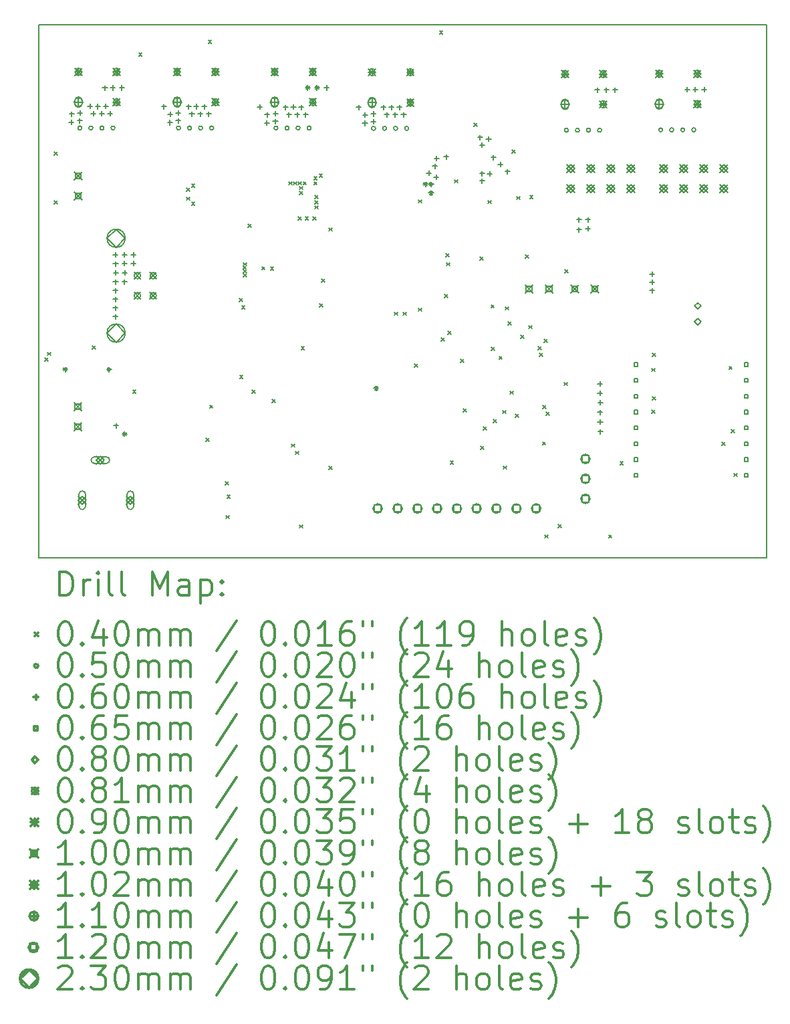
<source format=gbr>
%FSLAX45Y45*%
G04 Gerber Fmt 4.5, Leading zero omitted, Abs format (unit mm)*
G04 Created by KiCad (PCBNEW 4.0.1-stable) date 08.07.2016 9:17:46*
%MOMM*%
G01*
G04 APERTURE LIST*
%ADD10C,0.127000*%
%ADD11C,0.150000*%
%ADD12C,0.200000*%
%ADD13C,0.300000*%
G04 APERTURE END LIST*
D10*
D11*
X9525000Y-4850000D02*
X18743002Y-4850000D01*
X9525000Y-11601000D02*
X9525000Y-4850000D01*
X18743000Y-11601000D02*
X9525000Y-11601000D01*
X18743000Y-4850000D02*
X18743000Y-11601000D01*
D12*
X9604746Y-9069060D02*
X9644746Y-9109060D01*
X9644746Y-9069060D02*
X9604746Y-9109060D01*
X9635000Y-8995000D02*
X9675000Y-9035000D01*
X9675000Y-8995000D02*
X9635000Y-9035000D01*
X9720000Y-6460000D02*
X9760000Y-6500000D01*
X9760000Y-6460000D02*
X9720000Y-6500000D01*
X9720000Y-7075000D02*
X9760000Y-7115000D01*
X9760000Y-7075000D02*
X9720000Y-7115000D01*
X9840000Y-9190000D02*
X9880000Y-9230000D01*
X9880000Y-9190000D02*
X9840000Y-9230000D01*
X10201949Y-8911949D02*
X10241949Y-8951949D01*
X10241949Y-8911949D02*
X10201949Y-8951949D01*
X10395000Y-9190000D02*
X10435000Y-9230000D01*
X10435000Y-9190000D02*
X10395000Y-9230000D01*
X10395000Y-9190000D02*
X10435000Y-9230000D01*
X10435000Y-9190000D02*
X10395000Y-9230000D01*
X10590000Y-10010000D02*
X10630000Y-10050000D01*
X10630000Y-10010000D02*
X10590000Y-10050000D01*
X10715000Y-9470000D02*
X10755000Y-9510000D01*
X10755000Y-9470000D02*
X10715000Y-9510000D01*
X10793000Y-5204000D02*
X10833000Y-5244000D01*
X10833000Y-5204000D02*
X10793000Y-5244000D01*
X11400000Y-6916000D02*
X11440000Y-6956000D01*
X11440000Y-6916000D02*
X11400000Y-6956000D01*
X11400000Y-7031000D02*
X11440000Y-7071000D01*
X11440000Y-7031000D02*
X11400000Y-7071000D01*
X11460000Y-6866000D02*
X11500000Y-6906000D01*
X11500000Y-6866000D02*
X11460000Y-6906000D01*
X11460000Y-7096000D02*
X11500000Y-7136000D01*
X11500000Y-7096000D02*
X11460000Y-7136000D01*
X11640000Y-10080000D02*
X11680000Y-10120000D01*
X11680000Y-10080000D02*
X11640000Y-10120000D01*
X11672000Y-5046000D02*
X11712000Y-5086000D01*
X11712000Y-5046000D02*
X11672000Y-5086000D01*
X11690000Y-9662497D02*
X11730000Y-9702497D01*
X11730000Y-9662497D02*
X11690000Y-9702497D01*
X11890000Y-10635000D02*
X11930000Y-10675000D01*
X11930000Y-10635000D02*
X11890000Y-10675000D01*
X11895000Y-11060000D02*
X11935000Y-11100000D01*
X11935000Y-11060000D02*
X11895000Y-11100000D01*
X11910000Y-10805000D02*
X11950000Y-10845000D01*
X11950000Y-10805000D02*
X11910000Y-10845000D01*
X12065000Y-8315000D02*
X12105000Y-8355000D01*
X12105000Y-8315000D02*
X12065000Y-8355000D01*
X12070000Y-9285000D02*
X12110000Y-9325000D01*
X12110000Y-9285000D02*
X12070000Y-9325000D01*
X12095000Y-8405000D02*
X12135000Y-8445000D01*
X12135000Y-8405000D02*
X12095000Y-8445000D01*
X12113000Y-7903000D02*
X12153000Y-7943000D01*
X12153000Y-7903000D02*
X12113000Y-7943000D01*
X12115000Y-7948000D02*
X12155000Y-7988000D01*
X12155000Y-7948000D02*
X12115000Y-7988000D01*
X12115001Y-7860000D02*
X12155001Y-7900000D01*
X12155001Y-7860000D02*
X12115001Y-7900000D01*
X12117730Y-7997270D02*
X12157730Y-8037270D01*
X12157730Y-7997270D02*
X12117730Y-8037270D01*
X12177500Y-7372500D02*
X12217500Y-7412500D01*
X12217500Y-7372500D02*
X12177500Y-7412500D01*
X12225000Y-9470000D02*
X12265000Y-9510000D01*
X12265000Y-9470000D02*
X12225000Y-9510000D01*
X12350000Y-7910000D02*
X12390000Y-7950000D01*
X12390000Y-7910000D02*
X12350000Y-7950000D01*
X12460000Y-7915000D02*
X12500000Y-7955000D01*
X12500000Y-7915000D02*
X12460000Y-7955000D01*
X12480000Y-9590000D02*
X12520000Y-9630000D01*
X12520000Y-9590000D02*
X12480000Y-9630000D01*
X12691000Y-6835000D02*
X12731000Y-6875000D01*
X12731000Y-6835000D02*
X12691000Y-6875000D01*
X12725000Y-10155000D02*
X12765000Y-10195000D01*
X12765000Y-10155000D02*
X12725000Y-10195000D01*
X12751000Y-6835000D02*
X12791000Y-6875000D01*
X12791000Y-6835000D02*
X12751000Y-6875000D01*
X12780000Y-10247500D02*
X12820000Y-10287500D01*
X12820000Y-10247500D02*
X12780000Y-10287500D01*
X12810000Y-7277501D02*
X12850000Y-7317501D01*
X12850000Y-7277501D02*
X12810000Y-7317501D01*
X12814000Y-6836000D02*
X12854000Y-6876000D01*
X12854000Y-6836000D02*
X12814000Y-6876000D01*
X12829000Y-11179000D02*
X12869000Y-11219000D01*
X12869000Y-11179000D02*
X12829000Y-11219000D01*
X12831000Y-6896000D02*
X12871000Y-6936000D01*
X12871000Y-6896000D02*
X12831000Y-6936000D01*
X12831000Y-6959000D02*
X12871000Y-6999000D01*
X12871000Y-6959000D02*
X12831000Y-6999000D01*
X12850000Y-8920000D02*
X12890000Y-8960000D01*
X12890000Y-8920000D02*
X12850000Y-8960000D01*
X12850000Y-8920000D02*
X12890000Y-8960000D01*
X12890000Y-8920000D02*
X12850000Y-8960000D01*
X12875000Y-6835000D02*
X12915000Y-6875000D01*
X12915000Y-6835000D02*
X12875000Y-6875000D01*
X12900000Y-7277501D02*
X12940000Y-7317501D01*
X12940000Y-7277501D02*
X12900000Y-7317501D01*
X12910000Y-5625000D02*
X12950000Y-5665000D01*
X12950000Y-5625000D02*
X12910000Y-5665000D01*
X12995000Y-7277501D02*
X13035000Y-7317501D01*
X13035000Y-7277501D02*
X12995000Y-7317501D01*
X13010000Y-6770000D02*
X13050000Y-6810000D01*
X13050000Y-6770000D02*
X13010000Y-6810000D01*
X13010000Y-6835000D02*
X13050000Y-6875000D01*
X13050000Y-6835000D02*
X13010000Y-6875000D01*
X13020000Y-7012000D02*
X13060000Y-7052000D01*
X13060000Y-7012000D02*
X13020000Y-7052000D01*
X13020000Y-7076000D02*
X13060000Y-7116000D01*
X13060000Y-7076000D02*
X13020000Y-7116000D01*
X13020000Y-7140000D02*
X13060000Y-7180000D01*
X13060000Y-7140000D02*
X13020000Y-7180000D01*
X13030000Y-5625000D02*
X13070000Y-5665000D01*
X13070000Y-5625000D02*
X13030000Y-5665000D01*
X13079000Y-6739000D02*
X13119000Y-6779000D01*
X13119000Y-6739000D02*
X13079000Y-6779000D01*
X13085000Y-8380000D02*
X13125000Y-8420000D01*
X13125000Y-8380000D02*
X13085000Y-8420000D01*
X13110000Y-8070000D02*
X13150000Y-8110000D01*
X13150000Y-8070000D02*
X13110000Y-8110000D01*
X13199000Y-7420000D02*
X13239000Y-7460000D01*
X13239000Y-7420000D02*
X13199000Y-7460000D01*
X13200000Y-10440000D02*
X13240000Y-10480000D01*
X13240000Y-10440000D02*
X13200000Y-10480000D01*
X13779737Y-9428498D02*
X13819737Y-9468498D01*
X13819737Y-9428498D02*
X13779737Y-9468498D01*
X14032000Y-8487000D02*
X14072000Y-8527000D01*
X14072000Y-8487000D02*
X14032000Y-8527000D01*
X14142000Y-8487000D02*
X14182000Y-8527000D01*
X14182000Y-8487000D02*
X14142000Y-8527000D01*
X14285000Y-9140000D02*
X14325000Y-9180000D01*
X14325000Y-9140000D02*
X14285000Y-9180000D01*
X14335000Y-7065076D02*
X14375000Y-7105076D01*
X14375000Y-7065076D02*
X14335000Y-7105076D01*
X14336000Y-8436000D02*
X14376000Y-8476000D01*
X14376000Y-8436000D02*
X14336000Y-8476000D01*
X14405000Y-6845000D02*
X14445000Y-6885000D01*
X14445000Y-6845000D02*
X14405000Y-6885000D01*
X14475000Y-6845000D02*
X14515000Y-6885000D01*
X14515000Y-6845000D02*
X14475000Y-6885000D01*
X14475000Y-6956000D02*
X14515000Y-6996000D01*
X14515000Y-6956000D02*
X14475000Y-6996000D01*
X14602000Y-4926000D02*
X14642000Y-4966000D01*
X14642000Y-4926000D02*
X14602000Y-4966000D01*
X14625000Y-8815000D02*
X14665000Y-8855000D01*
X14665000Y-8815000D02*
X14625000Y-8855000D01*
X14667000Y-8260000D02*
X14707000Y-8300000D01*
X14707000Y-8260000D02*
X14667000Y-8300000D01*
X14685000Y-7748000D02*
X14725000Y-7788000D01*
X14725000Y-7748000D02*
X14685000Y-7788000D01*
X14688000Y-7860000D02*
X14728000Y-7900000D01*
X14728000Y-7860000D02*
X14688000Y-7900000D01*
X14705000Y-8730000D02*
X14745000Y-8770000D01*
X14745000Y-8730000D02*
X14705000Y-8770000D01*
X14738498Y-10370930D02*
X14778498Y-10410930D01*
X14778498Y-10370930D02*
X14738498Y-10410930D01*
X14793000Y-6811000D02*
X14833000Y-6851000D01*
X14833000Y-6811000D02*
X14793000Y-6851000D01*
X14869864Y-9082796D02*
X14909864Y-9122796D01*
X14909864Y-9082796D02*
X14869864Y-9122796D01*
X14905000Y-9707999D02*
X14945000Y-9747999D01*
X14945000Y-9707999D02*
X14905000Y-9747999D01*
X15039000Y-6097000D02*
X15079000Y-6137000D01*
X15079000Y-6097000D02*
X15039000Y-6137000D01*
X15115000Y-7787000D02*
X15155000Y-7827000D01*
X15155000Y-7787000D02*
X15115000Y-7827000D01*
X15123000Y-10187000D02*
X15163000Y-10227000D01*
X15163000Y-10187000D02*
X15123000Y-10227000D01*
X15154000Y-9941000D02*
X15194000Y-9981000D01*
X15194000Y-9941000D02*
X15154000Y-9981000D01*
X15216000Y-7072000D02*
X15256000Y-7112000D01*
X15256000Y-7072000D02*
X15216000Y-7112000D01*
X15255000Y-8394000D02*
X15295000Y-8434000D01*
X15295000Y-8394000D02*
X15255000Y-8434000D01*
X15258000Y-8929000D02*
X15298000Y-8969000D01*
X15298000Y-8929000D02*
X15258000Y-8969000D01*
X15286000Y-9844000D02*
X15326000Y-9884000D01*
X15326000Y-9844000D02*
X15286000Y-9884000D01*
X15355000Y-9044488D02*
X15395000Y-9084488D01*
X15395000Y-9044488D02*
X15355000Y-9084488D01*
X15401000Y-9732000D02*
X15441000Y-9772000D01*
X15441000Y-9732000D02*
X15401000Y-9772000D01*
X15409000Y-10433000D02*
X15449000Y-10473000D01*
X15449000Y-10433000D02*
X15409000Y-10473000D01*
X15437000Y-8419000D02*
X15477000Y-8459000D01*
X15477000Y-8419000D02*
X15437000Y-8459000D01*
X15468000Y-8612000D02*
X15508000Y-8652000D01*
X15508000Y-8612000D02*
X15468000Y-8652000D01*
X15497140Y-9485000D02*
X15537140Y-9525000D01*
X15537140Y-9485000D02*
X15497140Y-9525000D01*
X15522000Y-6435000D02*
X15562000Y-6475000D01*
X15562000Y-6435000D02*
X15522000Y-6475000D01*
X15562000Y-9780000D02*
X15602000Y-9820000D01*
X15602000Y-9780000D02*
X15562000Y-9820000D01*
X15579000Y-7021000D02*
X15619000Y-7061000D01*
X15619000Y-7021000D02*
X15579000Y-7061000D01*
X15630000Y-8780000D02*
X15670000Y-8820000D01*
X15670000Y-8780000D02*
X15630000Y-8820000D01*
X15691000Y-7762000D02*
X15731000Y-7802000D01*
X15731000Y-7762000D02*
X15691000Y-7802000D01*
X15730000Y-8655000D02*
X15770000Y-8695000D01*
X15770000Y-8655000D02*
X15730000Y-8695000D01*
X15744000Y-7008000D02*
X15784000Y-7048000D01*
X15784000Y-7008000D02*
X15744000Y-7048000D01*
X15850000Y-8920000D02*
X15890000Y-8960000D01*
X15890000Y-8920000D02*
X15850000Y-8960000D01*
X15870000Y-9010000D02*
X15910000Y-9050000D01*
X15910000Y-9010000D02*
X15870000Y-9050000D01*
X15905000Y-10130000D02*
X15945000Y-10170000D01*
X15945000Y-10130000D02*
X15905000Y-10170000D01*
X15908000Y-9668000D02*
X15948000Y-9708000D01*
X15948000Y-9668000D02*
X15908000Y-9708000D01*
X15930000Y-8830000D02*
X15970000Y-8870000D01*
X15970000Y-8830000D02*
X15930000Y-8870000D01*
X15935000Y-11307000D02*
X15975000Y-11347000D01*
X15975000Y-11307000D02*
X15935000Y-11347000D01*
X15955000Y-9755000D02*
X15995000Y-9795000D01*
X15995000Y-9755000D02*
X15955000Y-9795000D01*
X16105000Y-11173000D02*
X16145000Y-11213000D01*
X16145000Y-11173000D02*
X16105000Y-11213000D01*
X16180000Y-9375000D02*
X16220000Y-9415000D01*
X16220000Y-9375000D02*
X16180000Y-9415000D01*
X16188000Y-7950000D02*
X16228000Y-7990000D01*
X16228000Y-7950000D02*
X16188000Y-7990000D01*
X16743000Y-11307000D02*
X16783000Y-11347000D01*
X16783000Y-11307000D02*
X16743000Y-11347000D01*
X16887000Y-10376000D02*
X16927000Y-10416000D01*
X16927000Y-10376000D02*
X16887000Y-10416000D01*
X17291000Y-9199000D02*
X17331000Y-9239000D01*
X17331000Y-9199000D02*
X17291000Y-9239000D01*
X17292000Y-9730000D02*
X17332000Y-9770000D01*
X17332000Y-9730000D02*
X17292000Y-9770000D01*
X17300000Y-9008000D02*
X17340000Y-9048000D01*
X17340000Y-9008000D02*
X17300000Y-9048000D01*
X17300000Y-9555000D02*
X17340000Y-9595000D01*
X17340000Y-9555000D02*
X17300000Y-9595000D01*
X18178000Y-10136000D02*
X18218000Y-10176000D01*
X18218000Y-10136000D02*
X18178000Y-10176000D01*
X18268000Y-9173000D02*
X18308000Y-9213000D01*
X18308000Y-9173000D02*
X18268000Y-9213000D01*
X18295000Y-9973000D02*
X18335000Y-10013000D01*
X18335000Y-9973000D02*
X18295000Y-10013000D01*
X18332000Y-10528000D02*
X18372000Y-10568000D01*
X18372000Y-10528000D02*
X18332000Y-10568000D01*
X10070000Y-6156000D02*
G75*
G03X10070000Y-6156000I-25000J0D01*
G01*
X10210000Y-6156000D02*
G75*
G03X10210000Y-6156000I-25000J0D01*
G01*
X10350000Y-6156000D02*
G75*
G03X10350000Y-6156000I-25000J0D01*
G01*
X10490000Y-6156000D02*
G75*
G03X10490000Y-6156000I-25000J0D01*
G01*
X11320000Y-6156000D02*
G75*
G03X11320000Y-6156000I-25000J0D01*
G01*
X11460000Y-6156000D02*
G75*
G03X11460000Y-6156000I-25000J0D01*
G01*
X11600000Y-6156000D02*
G75*
G03X11600000Y-6156000I-25000J0D01*
G01*
X11740000Y-6156000D02*
G75*
G03X11740000Y-6156000I-25000J0D01*
G01*
X12555000Y-6156000D02*
G75*
G03X12555000Y-6156000I-25000J0D01*
G01*
X12695000Y-6156000D02*
G75*
G03X12695000Y-6156000I-25000J0D01*
G01*
X12835000Y-6156000D02*
G75*
G03X12835000Y-6156000I-25000J0D01*
G01*
X12975000Y-6156000D02*
G75*
G03X12975000Y-6156000I-25000J0D01*
G01*
X13790000Y-6161000D02*
G75*
G03X13790000Y-6161000I-25000J0D01*
G01*
X13930000Y-6161000D02*
G75*
G03X13930000Y-6161000I-25000J0D01*
G01*
X14070000Y-6161000D02*
G75*
G03X14070000Y-6161000I-25000J0D01*
G01*
X14210000Y-6161000D02*
G75*
G03X14210000Y-6161000I-25000J0D01*
G01*
X16234000Y-6184000D02*
G75*
G03X16234000Y-6184000I-25000J0D01*
G01*
X16374000Y-6184000D02*
G75*
G03X16374000Y-6184000I-25000J0D01*
G01*
X16514000Y-6184000D02*
G75*
G03X16514000Y-6184000I-25000J0D01*
G01*
X16654000Y-6184000D02*
G75*
G03X16654000Y-6184000I-25000J0D01*
G01*
X17427000Y-6180000D02*
G75*
G03X17427000Y-6180000I-25000J0D01*
G01*
X17567000Y-6180000D02*
G75*
G03X17567000Y-6180000I-25000J0D01*
G01*
X17707000Y-6180000D02*
G75*
G03X17707000Y-6180000I-25000J0D01*
G01*
X17847000Y-6180000D02*
G75*
G03X17847000Y-6180000I-25000J0D01*
G01*
X9860000Y-9180000D02*
X9860000Y-9240000D01*
X9830000Y-9210000D02*
X9890000Y-9210000D01*
X9939000Y-6051000D02*
X9939000Y-6111000D01*
X9909000Y-6081000D02*
X9969000Y-6081000D01*
X9941000Y-5946000D02*
X9941000Y-6006000D01*
X9911000Y-5976000D02*
X9971000Y-5976000D01*
X10045000Y-6032000D02*
X10045000Y-6092000D01*
X10015000Y-6062000D02*
X10075000Y-6062000D01*
X10046000Y-5934000D02*
X10046000Y-5994000D01*
X10016000Y-5964000D02*
X10076000Y-5964000D01*
X10174000Y-5850000D02*
X10174000Y-5910000D01*
X10144000Y-5880000D02*
X10204000Y-5880000D01*
X10216000Y-5944000D02*
X10216000Y-6004000D01*
X10186000Y-5974000D02*
X10246000Y-5974000D01*
X10274000Y-5852000D02*
X10274000Y-5912000D01*
X10244000Y-5882000D02*
X10304000Y-5882000D01*
X10323000Y-5944000D02*
X10323000Y-6004000D01*
X10293000Y-5974000D02*
X10353000Y-5974000D01*
X10363000Y-5616000D02*
X10363000Y-5676000D01*
X10333000Y-5646000D02*
X10393000Y-5646000D01*
X10375000Y-5850000D02*
X10375000Y-5910000D01*
X10345000Y-5880000D02*
X10405000Y-5880000D01*
X10415000Y-9180000D02*
X10415000Y-9240000D01*
X10385000Y-9210000D02*
X10445000Y-9210000D01*
X10430000Y-5944000D02*
X10430000Y-6004000D01*
X10400000Y-5974000D02*
X10460000Y-5974000D01*
X10464000Y-5615000D02*
X10464000Y-5675000D01*
X10434000Y-5645000D02*
X10494000Y-5645000D01*
X10496000Y-8294000D02*
X10496000Y-8354000D01*
X10466000Y-8324000D02*
X10526000Y-8324000D01*
X10497000Y-8401000D02*
X10497000Y-8461000D01*
X10467000Y-8431000D02*
X10527000Y-8431000D01*
X10497000Y-8511000D02*
X10497000Y-8571000D01*
X10467000Y-8541000D02*
X10527000Y-8541000D01*
X10498000Y-7730000D02*
X10498000Y-7790000D01*
X10468000Y-7760000D02*
X10528000Y-7760000D01*
X10498000Y-8182000D02*
X10498000Y-8242000D01*
X10468000Y-8212000D02*
X10528000Y-8212000D01*
X10499000Y-7843000D02*
X10499000Y-7903000D01*
X10469000Y-7873000D02*
X10529000Y-7873000D01*
X10499000Y-8073000D02*
X10499000Y-8133000D01*
X10469000Y-8103000D02*
X10529000Y-8103000D01*
X10500000Y-7958000D02*
X10500000Y-8018000D01*
X10470000Y-7988000D02*
X10530000Y-7988000D01*
X10503000Y-9893000D02*
X10503000Y-9953000D01*
X10473000Y-9923000D02*
X10533000Y-9923000D01*
X10577000Y-5615000D02*
X10577000Y-5675000D01*
X10547000Y-5645000D02*
X10607000Y-5645000D01*
X10610000Y-10000000D02*
X10610000Y-10060000D01*
X10580000Y-10030000D02*
X10640000Y-10030000D01*
X10611000Y-8072000D02*
X10611000Y-8132000D01*
X10581000Y-8102000D02*
X10641000Y-8102000D01*
X10612000Y-7728000D02*
X10612000Y-7788000D01*
X10582000Y-7758000D02*
X10642000Y-7758000D01*
X10612000Y-7839000D02*
X10612000Y-7899000D01*
X10582000Y-7869000D02*
X10642000Y-7869000D01*
X10614000Y-7956000D02*
X10614000Y-8016000D01*
X10584000Y-7986000D02*
X10644000Y-7986000D01*
X10726000Y-7728000D02*
X10726000Y-7788000D01*
X10696000Y-7758000D02*
X10756000Y-7758000D01*
X10726000Y-7841000D02*
X10726000Y-7901000D01*
X10696000Y-7871000D02*
X10756000Y-7871000D01*
X11110000Y-5853000D02*
X11110000Y-5913000D01*
X11080000Y-5883000D02*
X11140000Y-5883000D01*
X11187000Y-6055000D02*
X11187000Y-6115000D01*
X11157000Y-6085000D02*
X11217000Y-6085000D01*
X11189000Y-5950000D02*
X11189000Y-6010000D01*
X11159000Y-5980000D02*
X11219000Y-5980000D01*
X11293000Y-6032000D02*
X11293000Y-6092000D01*
X11263000Y-6062000D02*
X11323000Y-6062000D01*
X11294000Y-5934000D02*
X11294000Y-5994000D01*
X11264000Y-5964000D02*
X11324000Y-5964000D01*
X11422000Y-5854000D02*
X11422000Y-5914000D01*
X11392000Y-5884000D02*
X11452000Y-5884000D01*
X11464000Y-5948000D02*
X11464000Y-6008000D01*
X11434000Y-5978000D02*
X11494000Y-5978000D01*
X11522000Y-5852000D02*
X11522000Y-5912000D01*
X11492000Y-5882000D02*
X11552000Y-5882000D01*
X11571000Y-5948000D02*
X11571000Y-6008000D01*
X11541000Y-5978000D02*
X11601000Y-5978000D01*
X11623000Y-5854000D02*
X11623000Y-5914000D01*
X11593000Y-5884000D02*
X11653000Y-5884000D01*
X11678000Y-5948000D02*
X11678000Y-6008000D01*
X11648000Y-5978000D02*
X11708000Y-5978000D01*
X12327000Y-5860000D02*
X12327000Y-5920000D01*
X12297000Y-5890000D02*
X12357000Y-5890000D01*
X12416000Y-6062000D02*
X12416000Y-6122000D01*
X12386000Y-6092000D02*
X12446000Y-6092000D01*
X12418000Y-5957000D02*
X12418000Y-6017000D01*
X12388000Y-5987000D02*
X12448000Y-5987000D01*
X12522000Y-6039000D02*
X12522000Y-6099000D01*
X12492000Y-6069000D02*
X12552000Y-6069000D01*
X12523000Y-5941000D02*
X12523000Y-6001000D01*
X12493000Y-5971000D02*
X12553000Y-5971000D01*
X12651000Y-5861000D02*
X12651000Y-5921000D01*
X12621000Y-5891000D02*
X12681000Y-5891000D01*
X12693000Y-5955000D02*
X12693000Y-6015000D01*
X12663000Y-5985000D02*
X12723000Y-5985000D01*
X12751000Y-5859000D02*
X12751000Y-5919000D01*
X12721000Y-5889000D02*
X12781000Y-5889000D01*
X12800000Y-5955000D02*
X12800000Y-6015000D01*
X12770000Y-5985000D02*
X12830000Y-5985000D01*
X12852000Y-5861000D02*
X12852000Y-5921000D01*
X12822000Y-5891000D02*
X12882000Y-5891000D01*
X12907000Y-5955000D02*
X12907000Y-6015000D01*
X12877000Y-5985000D02*
X12937000Y-5985000D01*
X12930000Y-5615000D02*
X12930000Y-5675000D01*
X12900000Y-5645000D02*
X12960000Y-5645000D01*
X13050000Y-5615000D02*
X13050000Y-5675000D01*
X13020000Y-5645000D02*
X13080000Y-5645000D01*
X13172000Y-5615000D02*
X13172000Y-5675000D01*
X13142000Y-5645000D02*
X13202000Y-5645000D01*
X13578000Y-5864000D02*
X13578000Y-5924000D01*
X13548000Y-5894000D02*
X13608000Y-5894000D01*
X13657000Y-6064000D02*
X13657000Y-6124000D01*
X13627000Y-6094000D02*
X13687000Y-6094000D01*
X13659000Y-5959000D02*
X13659000Y-6019000D01*
X13629000Y-5989000D02*
X13689000Y-5989000D01*
X13763000Y-6043000D02*
X13763000Y-6103000D01*
X13733000Y-6073000D02*
X13793000Y-6073000D01*
X13764000Y-5945000D02*
X13764000Y-6005000D01*
X13734000Y-5975000D02*
X13794000Y-5975000D01*
X13799737Y-9418498D02*
X13799737Y-9478498D01*
X13769737Y-9448498D02*
X13829737Y-9448498D01*
X13892000Y-5863000D02*
X13892000Y-5923000D01*
X13862000Y-5893000D02*
X13922000Y-5893000D01*
X13934000Y-5957000D02*
X13934000Y-6017000D01*
X13904000Y-5987000D02*
X13964000Y-5987000D01*
X13992000Y-5863000D02*
X13992000Y-5923000D01*
X13962000Y-5893000D02*
X14022000Y-5893000D01*
X14041000Y-5957000D02*
X14041000Y-6017000D01*
X14011000Y-5987000D02*
X14071000Y-5987000D01*
X14093000Y-5863000D02*
X14093000Y-5923000D01*
X14063000Y-5893000D02*
X14123000Y-5893000D01*
X14148000Y-5957000D02*
X14148000Y-6017000D01*
X14118000Y-5987000D02*
X14178000Y-5987000D01*
X14425000Y-6835000D02*
X14425000Y-6895000D01*
X14395000Y-6865000D02*
X14455000Y-6865000D01*
X14468000Y-6697000D02*
X14468000Y-6757000D01*
X14438000Y-6727000D02*
X14498000Y-6727000D01*
X14495000Y-6835000D02*
X14495000Y-6895000D01*
X14465000Y-6865000D02*
X14525000Y-6865000D01*
X14495000Y-6946000D02*
X14495000Y-7006000D01*
X14465000Y-6976000D02*
X14525000Y-6976000D01*
X14545000Y-6608000D02*
X14545000Y-6668000D01*
X14515000Y-6638000D02*
X14575000Y-6638000D01*
X14562000Y-6749000D02*
X14562000Y-6809000D01*
X14532000Y-6779000D02*
X14592000Y-6779000D01*
X14565000Y-6510000D02*
X14565000Y-6570000D01*
X14535000Y-6540000D02*
X14595000Y-6540000D01*
X14565000Y-6510000D02*
X14565000Y-6570000D01*
X14535000Y-6540000D02*
X14595000Y-6540000D01*
X14689000Y-6491000D02*
X14689000Y-6551000D01*
X14659000Y-6521000D02*
X14719000Y-6521000D01*
X15114000Y-6243000D02*
X15114000Y-6303000D01*
X15084000Y-6273000D02*
X15144000Y-6273000D01*
X15141000Y-6341000D02*
X15141000Y-6401000D01*
X15111000Y-6371000D02*
X15171000Y-6371000D01*
X15141000Y-6702097D02*
X15141000Y-6762097D01*
X15111000Y-6732097D02*
X15171000Y-6732097D01*
X15141000Y-6796000D02*
X15141000Y-6856000D01*
X15111000Y-6826000D02*
X15171000Y-6826000D01*
X15223000Y-6265000D02*
X15223000Y-6325000D01*
X15193000Y-6295000D02*
X15253000Y-6295000D01*
X15237000Y-6704000D02*
X15237000Y-6764000D01*
X15207000Y-6734000D02*
X15267000Y-6734000D01*
X15285000Y-6497000D02*
X15285000Y-6557000D01*
X15255000Y-6527000D02*
X15315000Y-6527000D01*
X15374000Y-6586000D02*
X15374000Y-6646000D01*
X15344000Y-6616000D02*
X15404000Y-6616000D01*
X15463000Y-6675000D02*
X15463000Y-6735000D01*
X15433000Y-6705000D02*
X15493000Y-6705000D01*
X16368000Y-7414000D02*
X16368000Y-7474000D01*
X16338000Y-7444000D02*
X16398000Y-7444000D01*
X16368000Y-7414000D02*
X16368000Y-7474000D01*
X16338000Y-7444000D02*
X16398000Y-7444000D01*
X16370000Y-7286000D02*
X16370000Y-7346000D01*
X16340000Y-7316000D02*
X16400000Y-7316000D01*
X16484000Y-7286000D02*
X16484000Y-7346000D01*
X16454000Y-7316000D02*
X16514000Y-7316000D01*
X16484000Y-7399000D02*
X16484000Y-7459000D01*
X16454000Y-7429000D02*
X16514000Y-7429000D01*
X16599000Y-5644000D02*
X16599000Y-5704000D01*
X16569000Y-5674000D02*
X16629000Y-5674000D01*
X16635000Y-9362000D02*
X16635000Y-9422000D01*
X16605000Y-9392000D02*
X16665000Y-9392000D01*
X16635000Y-9483000D02*
X16635000Y-9543000D01*
X16605000Y-9513000D02*
X16665000Y-9513000D01*
X16636000Y-9725000D02*
X16636000Y-9785000D01*
X16606000Y-9755000D02*
X16666000Y-9755000D01*
X16637000Y-9847000D02*
X16637000Y-9907000D01*
X16607000Y-9877000D02*
X16667000Y-9877000D01*
X16638000Y-9599000D02*
X16638000Y-9659000D01*
X16608000Y-9629000D02*
X16668000Y-9629000D01*
X16640000Y-9968000D02*
X16640000Y-10028000D01*
X16610000Y-9998000D02*
X16670000Y-9998000D01*
X16717000Y-5643000D02*
X16717000Y-5703000D01*
X16687000Y-5673000D02*
X16747000Y-5673000D01*
X16824000Y-5641000D02*
X16824000Y-5701000D01*
X16794000Y-5671000D02*
X16854000Y-5671000D01*
X17294000Y-7974000D02*
X17294000Y-8034000D01*
X17264000Y-8004000D02*
X17324000Y-8004000D01*
X17294000Y-8077000D02*
X17294000Y-8137000D01*
X17264000Y-8107000D02*
X17324000Y-8107000D01*
X17294000Y-8181000D02*
X17294000Y-8241000D01*
X17264000Y-8211000D02*
X17324000Y-8211000D01*
X17739000Y-5639000D02*
X17739000Y-5699000D01*
X17709000Y-5669000D02*
X17769000Y-5669000D01*
X17843000Y-5639000D02*
X17843000Y-5699000D01*
X17813000Y-5669000D02*
X17873000Y-5669000D01*
X17956000Y-5639000D02*
X17956000Y-5699000D01*
X17926000Y-5669000D02*
X17986000Y-5669000D01*
X17111981Y-9173981D02*
X17111981Y-9128019D01*
X17066019Y-9128019D01*
X17066019Y-9173981D01*
X17111981Y-9173981D01*
X17111981Y-9373981D02*
X17111981Y-9328019D01*
X17066019Y-9328019D01*
X17066019Y-9373981D01*
X17111981Y-9373981D01*
X17111981Y-9573981D02*
X17111981Y-9528019D01*
X17066019Y-9528019D01*
X17066019Y-9573981D01*
X17111981Y-9573981D01*
X17111981Y-9773981D02*
X17111981Y-9728019D01*
X17066019Y-9728019D01*
X17066019Y-9773981D01*
X17111981Y-9773981D01*
X17111981Y-9973981D02*
X17111981Y-9928019D01*
X17066019Y-9928019D01*
X17066019Y-9973981D01*
X17111981Y-9973981D01*
X17111981Y-10173981D02*
X17111981Y-10128019D01*
X17066019Y-10128019D01*
X17066019Y-10173981D01*
X17111981Y-10173981D01*
X17111981Y-10373981D02*
X17111981Y-10328019D01*
X17066019Y-10328019D01*
X17066019Y-10373981D01*
X17111981Y-10373981D01*
X17111981Y-10573981D02*
X17111981Y-10528019D01*
X17066019Y-10528019D01*
X17066019Y-10573981D01*
X17111981Y-10573981D01*
X18511981Y-9173981D02*
X18511981Y-9128019D01*
X18466019Y-9128019D01*
X18466019Y-9173981D01*
X18511981Y-9173981D01*
X18511981Y-9373981D02*
X18511981Y-9328019D01*
X18466019Y-9328019D01*
X18466019Y-9373981D01*
X18511981Y-9373981D01*
X18511981Y-9573981D02*
X18511981Y-9528019D01*
X18466019Y-9528019D01*
X18466019Y-9573981D01*
X18511981Y-9573981D01*
X18511981Y-9773981D02*
X18511981Y-9728019D01*
X18466019Y-9728019D01*
X18466019Y-9773981D01*
X18511981Y-9773981D01*
X18511981Y-9973981D02*
X18511981Y-9928019D01*
X18466019Y-9928019D01*
X18466019Y-9973981D01*
X18511981Y-9973981D01*
X18511981Y-10173981D02*
X18511981Y-10128019D01*
X18466019Y-10128019D01*
X18466019Y-10173981D01*
X18511981Y-10173981D01*
X18511981Y-10373981D02*
X18511981Y-10328019D01*
X18466019Y-10328019D01*
X18466019Y-10373981D01*
X18511981Y-10373981D01*
X18511981Y-10573981D02*
X18511981Y-10528019D01*
X18466019Y-10528019D01*
X18466019Y-10573981D01*
X18511981Y-10573981D01*
X17875000Y-8448000D02*
X17915000Y-8408000D01*
X17875000Y-8368000D01*
X17835000Y-8408000D01*
X17875000Y-8448000D01*
X17875000Y-8648000D02*
X17915000Y-8608000D01*
X17875000Y-8568000D01*
X17835000Y-8608000D01*
X17875000Y-8648000D01*
X10734360Y-7984360D02*
X10815640Y-8065640D01*
X10815640Y-7984360D02*
X10734360Y-8065640D01*
X10815640Y-8025000D02*
G75*
G03X10815640Y-8025000I-40640J0D01*
G01*
X10734360Y-8238360D02*
X10815640Y-8319640D01*
X10815640Y-8238360D02*
X10734360Y-8319640D01*
X10815640Y-8279000D02*
G75*
G03X10815640Y-8279000I-40640J0D01*
G01*
X10934258Y-7984360D02*
X11015538Y-8065640D01*
X11015538Y-7984360D02*
X10934258Y-8065640D01*
X11015538Y-8025000D02*
G75*
G03X11015538Y-8025000I-40640J0D01*
G01*
X10934258Y-8238360D02*
X11015538Y-8319640D01*
X11015538Y-8238360D02*
X10934258Y-8319640D01*
X11015538Y-8279000D02*
G75*
G03X11015538Y-8279000I-40640J0D01*
G01*
X9983000Y-5400000D02*
X10073000Y-5490000D01*
X10073000Y-5400000D02*
X9983000Y-5490000D01*
X10028000Y-5400000D02*
X10028000Y-5490000D01*
X9983000Y-5445000D02*
X10073000Y-5445000D01*
X9993000Y-5435000D02*
X9993000Y-5455000D01*
X10063000Y-5435000D02*
X10063000Y-5455000D01*
X9993000Y-5455000D02*
G75*
G03X10063000Y-5455000I35000J0D01*
G01*
X10063000Y-5435000D02*
G75*
G03X9993000Y-5435000I-35000J0D01*
G01*
X10467000Y-5400000D02*
X10557000Y-5490000D01*
X10557000Y-5400000D02*
X10467000Y-5490000D01*
X10512000Y-5400000D02*
X10512000Y-5490000D01*
X10467000Y-5445000D02*
X10557000Y-5445000D01*
X10477000Y-5435000D02*
X10477000Y-5455000D01*
X10547000Y-5435000D02*
X10547000Y-5455000D01*
X10477000Y-5455000D02*
G75*
G03X10547000Y-5455000I35000J0D01*
G01*
X10547000Y-5435000D02*
G75*
G03X10477000Y-5435000I-35000J0D01*
G01*
X10467000Y-5784000D02*
X10557000Y-5874000D01*
X10557000Y-5784000D02*
X10467000Y-5874000D01*
X10512000Y-5784000D02*
X10512000Y-5874000D01*
X10467000Y-5829000D02*
X10557000Y-5829000D01*
X10477000Y-5819000D02*
X10477000Y-5839000D01*
X10547000Y-5819000D02*
X10547000Y-5839000D01*
X10477000Y-5839000D02*
G75*
G03X10547000Y-5839000I35000J0D01*
G01*
X10547000Y-5819000D02*
G75*
G03X10477000Y-5819000I-35000J0D01*
G01*
X11233000Y-5400000D02*
X11323000Y-5490000D01*
X11323000Y-5400000D02*
X11233000Y-5490000D01*
X11278000Y-5400000D02*
X11278000Y-5490000D01*
X11233000Y-5445000D02*
X11323000Y-5445000D01*
X11243000Y-5435000D02*
X11243000Y-5455000D01*
X11313000Y-5435000D02*
X11313000Y-5455000D01*
X11243000Y-5455000D02*
G75*
G03X11313000Y-5455000I35000J0D01*
G01*
X11313000Y-5435000D02*
G75*
G03X11243000Y-5435000I-35000J0D01*
G01*
X11717000Y-5400000D02*
X11807000Y-5490000D01*
X11807000Y-5400000D02*
X11717000Y-5490000D01*
X11762000Y-5400000D02*
X11762000Y-5490000D01*
X11717000Y-5445000D02*
X11807000Y-5445000D01*
X11727000Y-5435000D02*
X11727000Y-5455000D01*
X11797000Y-5435000D02*
X11797000Y-5455000D01*
X11727000Y-5455000D02*
G75*
G03X11797000Y-5455000I35000J0D01*
G01*
X11797000Y-5435000D02*
G75*
G03X11727000Y-5435000I-35000J0D01*
G01*
X11717000Y-5784000D02*
X11807000Y-5874000D01*
X11807000Y-5784000D02*
X11717000Y-5874000D01*
X11762000Y-5784000D02*
X11762000Y-5874000D01*
X11717000Y-5829000D02*
X11807000Y-5829000D01*
X11727000Y-5819000D02*
X11727000Y-5839000D01*
X11797000Y-5819000D02*
X11797000Y-5839000D01*
X11727000Y-5839000D02*
G75*
G03X11797000Y-5839000I35000J0D01*
G01*
X11797000Y-5819000D02*
G75*
G03X11727000Y-5819000I-35000J0D01*
G01*
X12468000Y-5400000D02*
X12558000Y-5490000D01*
X12558000Y-5400000D02*
X12468000Y-5490000D01*
X12513000Y-5400000D02*
X12513000Y-5490000D01*
X12468000Y-5445000D02*
X12558000Y-5445000D01*
X12478000Y-5435000D02*
X12478000Y-5455000D01*
X12548000Y-5435000D02*
X12548000Y-5455000D01*
X12478000Y-5455000D02*
G75*
G03X12548000Y-5455000I35000J0D01*
G01*
X12548000Y-5435000D02*
G75*
G03X12478000Y-5435000I-35000J0D01*
G01*
X12952000Y-5400000D02*
X13042000Y-5490000D01*
X13042000Y-5400000D02*
X12952000Y-5490000D01*
X12997000Y-5400000D02*
X12997000Y-5490000D01*
X12952000Y-5445000D02*
X13042000Y-5445000D01*
X12962000Y-5435000D02*
X12962000Y-5455000D01*
X13032000Y-5435000D02*
X13032000Y-5455000D01*
X12962000Y-5455000D02*
G75*
G03X13032000Y-5455000I35000J0D01*
G01*
X13032000Y-5435000D02*
G75*
G03X12962000Y-5435000I-35000J0D01*
G01*
X12952000Y-5784000D02*
X13042000Y-5874000D01*
X13042000Y-5784000D02*
X12952000Y-5874000D01*
X12997000Y-5784000D02*
X12997000Y-5874000D01*
X12952000Y-5829000D02*
X13042000Y-5829000D01*
X12962000Y-5819000D02*
X12962000Y-5839000D01*
X13032000Y-5819000D02*
X13032000Y-5839000D01*
X12962000Y-5839000D02*
G75*
G03X13032000Y-5839000I35000J0D01*
G01*
X13032000Y-5819000D02*
G75*
G03X12962000Y-5819000I-35000J0D01*
G01*
X13703000Y-5405000D02*
X13793000Y-5495000D01*
X13793000Y-5405000D02*
X13703000Y-5495000D01*
X13748000Y-5405000D02*
X13748000Y-5495000D01*
X13703000Y-5450000D02*
X13793000Y-5450000D01*
X13713000Y-5440000D02*
X13713000Y-5460000D01*
X13783000Y-5440000D02*
X13783000Y-5460000D01*
X13713000Y-5460000D02*
G75*
G03X13783000Y-5460000I35000J0D01*
G01*
X13783000Y-5440000D02*
G75*
G03X13713000Y-5440000I-35000J0D01*
G01*
X14187000Y-5405000D02*
X14277000Y-5495000D01*
X14277000Y-5405000D02*
X14187000Y-5495000D01*
X14232000Y-5405000D02*
X14232000Y-5495000D01*
X14187000Y-5450000D02*
X14277000Y-5450000D01*
X14197000Y-5440000D02*
X14197000Y-5460000D01*
X14267000Y-5440000D02*
X14267000Y-5460000D01*
X14197000Y-5460000D02*
G75*
G03X14267000Y-5460000I35000J0D01*
G01*
X14267000Y-5440000D02*
G75*
G03X14197000Y-5440000I-35000J0D01*
G01*
X14187000Y-5789000D02*
X14277000Y-5879000D01*
X14277000Y-5789000D02*
X14187000Y-5879000D01*
X14232000Y-5789000D02*
X14232000Y-5879000D01*
X14187000Y-5834000D02*
X14277000Y-5834000D01*
X14197000Y-5824000D02*
X14197000Y-5844000D01*
X14267000Y-5824000D02*
X14267000Y-5844000D01*
X14197000Y-5844000D02*
G75*
G03X14267000Y-5844000I35000J0D01*
G01*
X14267000Y-5824000D02*
G75*
G03X14197000Y-5824000I-35000J0D01*
G01*
X16147000Y-5428000D02*
X16237000Y-5518000D01*
X16237000Y-5428000D02*
X16147000Y-5518000D01*
X16192000Y-5428000D02*
X16192000Y-5518000D01*
X16147000Y-5473000D02*
X16237000Y-5473000D01*
X16157000Y-5463000D02*
X16157000Y-5483000D01*
X16227000Y-5463000D02*
X16227000Y-5483000D01*
X16157000Y-5483000D02*
G75*
G03X16227000Y-5483000I35000J0D01*
G01*
X16227000Y-5463000D02*
G75*
G03X16157000Y-5463000I-35000J0D01*
G01*
X16631000Y-5428000D02*
X16721000Y-5518000D01*
X16721000Y-5428000D02*
X16631000Y-5518000D01*
X16676000Y-5428000D02*
X16676000Y-5518000D01*
X16631000Y-5473000D02*
X16721000Y-5473000D01*
X16641000Y-5463000D02*
X16641000Y-5483000D01*
X16711000Y-5463000D02*
X16711000Y-5483000D01*
X16641000Y-5483000D02*
G75*
G03X16711000Y-5483000I35000J0D01*
G01*
X16711000Y-5463000D02*
G75*
G03X16641000Y-5463000I-35000J0D01*
G01*
X16631000Y-5812000D02*
X16721000Y-5902000D01*
X16721000Y-5812000D02*
X16631000Y-5902000D01*
X16676000Y-5812000D02*
X16676000Y-5902000D01*
X16631000Y-5857000D02*
X16721000Y-5857000D01*
X16641000Y-5847000D02*
X16641000Y-5867000D01*
X16711000Y-5847000D02*
X16711000Y-5867000D01*
X16641000Y-5867000D02*
G75*
G03X16711000Y-5867000I35000J0D01*
G01*
X16711000Y-5847000D02*
G75*
G03X16641000Y-5847000I-35000J0D01*
G01*
X17340000Y-5424000D02*
X17430000Y-5514000D01*
X17430000Y-5424000D02*
X17340000Y-5514000D01*
X17385000Y-5424000D02*
X17385000Y-5514000D01*
X17340000Y-5469000D02*
X17430000Y-5469000D01*
X17350000Y-5459000D02*
X17350000Y-5479000D01*
X17420000Y-5459000D02*
X17420000Y-5479000D01*
X17350000Y-5479000D02*
G75*
G03X17420000Y-5479000I35000J0D01*
G01*
X17420000Y-5459000D02*
G75*
G03X17350000Y-5459000I-35000J0D01*
G01*
X17824000Y-5424000D02*
X17914000Y-5514000D01*
X17914000Y-5424000D02*
X17824000Y-5514000D01*
X17869000Y-5424000D02*
X17869000Y-5514000D01*
X17824000Y-5469000D02*
X17914000Y-5469000D01*
X17834000Y-5459000D02*
X17834000Y-5479000D01*
X17904000Y-5459000D02*
X17904000Y-5479000D01*
X17834000Y-5479000D02*
G75*
G03X17904000Y-5479000I35000J0D01*
G01*
X17904000Y-5459000D02*
G75*
G03X17834000Y-5459000I-35000J0D01*
G01*
X17824000Y-5808000D02*
X17914000Y-5898000D01*
X17914000Y-5808000D02*
X17824000Y-5898000D01*
X17869000Y-5808000D02*
X17869000Y-5898000D01*
X17824000Y-5853000D02*
X17914000Y-5853000D01*
X17834000Y-5843000D02*
X17834000Y-5863000D01*
X17904000Y-5843000D02*
X17904000Y-5863000D01*
X17834000Y-5863000D02*
G75*
G03X17904000Y-5863000I35000J0D01*
G01*
X17904000Y-5843000D02*
G75*
G03X17834000Y-5843000I-35000J0D01*
G01*
X9969962Y-9634962D02*
X10070038Y-9735038D01*
X10070038Y-9634962D02*
X9969962Y-9735038D01*
X10055383Y-9720383D02*
X10055383Y-9649618D01*
X9984618Y-9649618D01*
X9984618Y-9720383D01*
X10055383Y-9720383D01*
X9969962Y-9888962D02*
X10070038Y-9989038D01*
X10070038Y-9888962D02*
X9969962Y-9989038D01*
X10055383Y-9974383D02*
X10055383Y-9903618D01*
X9984618Y-9903618D01*
X9984618Y-9974383D01*
X10055383Y-9974383D01*
X9974962Y-6710962D02*
X10075038Y-6811038D01*
X10075038Y-6710962D02*
X9974962Y-6811038D01*
X10060383Y-6796382D02*
X10060383Y-6725617D01*
X9989618Y-6725617D01*
X9989618Y-6796382D01*
X10060383Y-6796382D01*
X9974962Y-6964962D02*
X10075038Y-7065038D01*
X10075038Y-6964962D02*
X9974962Y-7065038D01*
X10060383Y-7050382D02*
X10060383Y-6979617D01*
X9989618Y-6979617D01*
X9989618Y-7050382D01*
X10060383Y-7050382D01*
X15685962Y-8144962D02*
X15786038Y-8245038D01*
X15786038Y-8144962D02*
X15685962Y-8245038D01*
X15771382Y-8230382D02*
X15771382Y-8159617D01*
X15700617Y-8159617D01*
X15700617Y-8230382D01*
X15771382Y-8230382D01*
X15939962Y-8144962D02*
X16040038Y-8245038D01*
X16040038Y-8144962D02*
X15939962Y-8245038D01*
X16025382Y-8230382D02*
X16025382Y-8159617D01*
X15954617Y-8159617D01*
X15954617Y-8230382D01*
X16025382Y-8230382D01*
X16264962Y-8144962D02*
X16365038Y-8245038D01*
X16365038Y-8144962D02*
X16264962Y-8245038D01*
X16350382Y-8230382D02*
X16350382Y-8159617D01*
X16279617Y-8159617D01*
X16279617Y-8230382D01*
X16350382Y-8230382D01*
X16518962Y-8144962D02*
X16619038Y-8245038D01*
X16619038Y-8144962D02*
X16518962Y-8245038D01*
X16604382Y-8230382D02*
X16604382Y-8159617D01*
X16533617Y-8159617D01*
X16533617Y-8230382D01*
X16604382Y-8230382D01*
X10025600Y-10817200D02*
X10127200Y-10918800D01*
X10127200Y-10817200D02*
X10025600Y-10918800D01*
X10076400Y-10918800D02*
X10127200Y-10868000D01*
X10076400Y-10817200D01*
X10025600Y-10868000D01*
X10076400Y-10918800D01*
X10035600Y-10791800D02*
X10035600Y-10944200D01*
X10117200Y-10791800D02*
X10117200Y-10944200D01*
X10035600Y-10944200D02*
G75*
G03X10117200Y-10944200I40800J0D01*
G01*
X10117200Y-10791800D02*
G75*
G03X10035600Y-10791800I-40800J0D01*
G01*
X10254200Y-10309200D02*
X10355800Y-10410800D01*
X10355800Y-10309200D02*
X10254200Y-10410800D01*
X10305000Y-10410800D02*
X10355800Y-10360000D01*
X10305000Y-10309200D01*
X10254200Y-10360000D01*
X10305000Y-10410800D01*
X10228800Y-10400800D02*
X10381200Y-10400800D01*
X10228800Y-10319200D02*
X10381200Y-10319200D01*
X10381200Y-10400800D02*
G75*
G03X10381200Y-10319200I0J40800D01*
G01*
X10228800Y-10319200D02*
G75*
G03X10228800Y-10400800I0J-40800D01*
G01*
X10635200Y-10817200D02*
X10736800Y-10918800D01*
X10736800Y-10817200D02*
X10635200Y-10918800D01*
X10686000Y-10918800D02*
X10736800Y-10868000D01*
X10686000Y-10817200D01*
X10635200Y-10868000D01*
X10686000Y-10918800D01*
X10645200Y-10791800D02*
X10645200Y-10944200D01*
X10726800Y-10791800D02*
X10726800Y-10944200D01*
X10645200Y-10944200D02*
G75*
G03X10726800Y-10944200I40800J0D01*
G01*
X10726800Y-10791800D02*
G75*
G03X10645200Y-10791800I-40800J0D01*
G01*
X16213200Y-6622200D02*
X16314800Y-6723800D01*
X16314800Y-6622200D02*
X16213200Y-6723800D01*
X16264000Y-6723800D02*
X16314800Y-6673000D01*
X16264000Y-6622200D01*
X16213200Y-6673000D01*
X16264000Y-6723800D01*
X16213200Y-6876200D02*
X16314800Y-6977800D01*
X16314800Y-6876200D02*
X16213200Y-6977800D01*
X16264000Y-6977800D02*
X16314800Y-6927000D01*
X16264000Y-6876200D01*
X16213200Y-6927000D01*
X16264000Y-6977800D01*
X16467200Y-6622200D02*
X16568800Y-6723800D01*
X16568800Y-6622200D02*
X16467200Y-6723800D01*
X16518000Y-6723800D02*
X16568800Y-6673000D01*
X16518000Y-6622200D01*
X16467200Y-6673000D01*
X16518000Y-6723800D01*
X16467200Y-6876200D02*
X16568800Y-6977800D01*
X16568800Y-6876200D02*
X16467200Y-6977800D01*
X16518000Y-6977800D02*
X16568800Y-6927000D01*
X16518000Y-6876200D01*
X16467200Y-6927000D01*
X16518000Y-6977800D01*
X16721200Y-6622200D02*
X16822800Y-6723800D01*
X16822800Y-6622200D02*
X16721200Y-6723800D01*
X16772000Y-6723800D02*
X16822800Y-6673000D01*
X16772000Y-6622200D01*
X16721200Y-6673000D01*
X16772000Y-6723800D01*
X16721200Y-6876200D02*
X16822800Y-6977800D01*
X16822800Y-6876200D02*
X16721200Y-6977800D01*
X16772000Y-6977800D02*
X16822800Y-6927000D01*
X16772000Y-6876200D01*
X16721200Y-6927000D01*
X16772000Y-6977800D01*
X16975200Y-6622200D02*
X17076800Y-6723800D01*
X17076800Y-6622200D02*
X16975200Y-6723800D01*
X17026000Y-6723800D02*
X17076800Y-6673000D01*
X17026000Y-6622200D01*
X16975200Y-6673000D01*
X17026000Y-6723800D01*
X16975200Y-6876200D02*
X17076800Y-6977800D01*
X17076800Y-6876200D02*
X16975200Y-6977800D01*
X17026000Y-6977800D02*
X17076800Y-6927000D01*
X17026000Y-6876200D01*
X16975200Y-6927000D01*
X17026000Y-6977800D01*
X17392200Y-6618200D02*
X17493800Y-6719800D01*
X17493800Y-6618200D02*
X17392200Y-6719800D01*
X17443000Y-6719800D02*
X17493800Y-6669000D01*
X17443000Y-6618200D01*
X17392200Y-6669000D01*
X17443000Y-6719800D01*
X17392200Y-6872200D02*
X17493800Y-6973800D01*
X17493800Y-6872200D02*
X17392200Y-6973800D01*
X17443000Y-6973800D02*
X17493800Y-6923000D01*
X17443000Y-6872200D01*
X17392200Y-6923000D01*
X17443000Y-6973800D01*
X17646200Y-6618200D02*
X17747800Y-6719800D01*
X17747800Y-6618200D02*
X17646200Y-6719800D01*
X17697000Y-6719800D02*
X17747800Y-6669000D01*
X17697000Y-6618200D01*
X17646200Y-6669000D01*
X17697000Y-6719800D01*
X17646200Y-6872200D02*
X17747800Y-6973800D01*
X17747800Y-6872200D02*
X17646200Y-6973800D01*
X17697000Y-6973800D02*
X17747800Y-6923000D01*
X17697000Y-6872200D01*
X17646200Y-6923000D01*
X17697000Y-6973800D01*
X17900200Y-6618200D02*
X18001800Y-6719800D01*
X18001800Y-6618200D02*
X17900200Y-6719800D01*
X17951000Y-6719800D02*
X18001800Y-6669000D01*
X17951000Y-6618200D01*
X17900200Y-6669000D01*
X17951000Y-6719800D01*
X17900200Y-6872200D02*
X18001800Y-6973800D01*
X18001800Y-6872200D02*
X17900200Y-6973800D01*
X17951000Y-6973800D02*
X18001800Y-6923000D01*
X17951000Y-6872200D01*
X17900200Y-6923000D01*
X17951000Y-6973800D01*
X18154200Y-6618200D02*
X18255800Y-6719800D01*
X18255800Y-6618200D02*
X18154200Y-6719800D01*
X18205000Y-6719800D02*
X18255800Y-6669000D01*
X18205000Y-6618200D01*
X18154200Y-6669000D01*
X18205000Y-6719800D01*
X18154200Y-6872200D02*
X18255800Y-6973800D01*
X18255800Y-6872200D02*
X18154200Y-6973800D01*
X18205000Y-6973800D02*
X18255800Y-6923000D01*
X18205000Y-6872200D01*
X18154200Y-6923000D01*
X18205000Y-6973800D01*
X10028000Y-5774000D02*
X10028000Y-5884000D01*
X9973000Y-5829000D02*
X10083000Y-5829000D01*
X10083000Y-5829000D02*
G75*
G03X10083000Y-5829000I-55000J0D01*
G01*
X9983000Y-5809000D02*
X9983000Y-5849000D01*
X10073000Y-5809000D02*
X10073000Y-5849000D01*
X9983000Y-5849000D02*
G75*
G03X10073000Y-5849000I45000J0D01*
G01*
X10073000Y-5809000D02*
G75*
G03X9983000Y-5809000I-45000J0D01*
G01*
X11278000Y-5774000D02*
X11278000Y-5884000D01*
X11223000Y-5829000D02*
X11333000Y-5829000D01*
X11333000Y-5829000D02*
G75*
G03X11333000Y-5829000I-55000J0D01*
G01*
X11233000Y-5809000D02*
X11233000Y-5849000D01*
X11323000Y-5809000D02*
X11323000Y-5849000D01*
X11233000Y-5849000D02*
G75*
G03X11323000Y-5849000I45000J0D01*
G01*
X11323000Y-5809000D02*
G75*
G03X11233000Y-5809000I-45000J0D01*
G01*
X12513000Y-5774000D02*
X12513000Y-5884000D01*
X12458000Y-5829000D02*
X12568000Y-5829000D01*
X12568000Y-5829000D02*
G75*
G03X12568000Y-5829000I-55000J0D01*
G01*
X12468000Y-5809000D02*
X12468000Y-5849000D01*
X12558000Y-5809000D02*
X12558000Y-5849000D01*
X12468000Y-5849000D02*
G75*
G03X12558000Y-5849000I45000J0D01*
G01*
X12558000Y-5809000D02*
G75*
G03X12468000Y-5809000I-45000J0D01*
G01*
X13748000Y-5779000D02*
X13748000Y-5889000D01*
X13693000Y-5834000D02*
X13803000Y-5834000D01*
X13803000Y-5834000D02*
G75*
G03X13803000Y-5834000I-55000J0D01*
G01*
X13703000Y-5814000D02*
X13703000Y-5854000D01*
X13793000Y-5814000D02*
X13793000Y-5854000D01*
X13703000Y-5854000D02*
G75*
G03X13793000Y-5854000I45000J0D01*
G01*
X13793000Y-5814000D02*
G75*
G03X13703000Y-5814000I-45000J0D01*
G01*
X16192000Y-5802000D02*
X16192000Y-5912000D01*
X16137000Y-5857000D02*
X16247000Y-5857000D01*
X16247000Y-5857000D02*
G75*
G03X16247000Y-5857000I-55000J0D01*
G01*
X16147000Y-5837000D02*
X16147000Y-5877000D01*
X16237000Y-5837000D02*
X16237000Y-5877000D01*
X16147000Y-5877000D02*
G75*
G03X16237000Y-5877000I45000J0D01*
G01*
X16237000Y-5837000D02*
G75*
G03X16147000Y-5837000I-45000J0D01*
G01*
X17385000Y-5798000D02*
X17385000Y-5908000D01*
X17330000Y-5853000D02*
X17440000Y-5853000D01*
X17440000Y-5853000D02*
G75*
G03X17440000Y-5853000I-55000J0D01*
G01*
X17340000Y-5833000D02*
X17340000Y-5873000D01*
X17430000Y-5833000D02*
X17430000Y-5873000D01*
X17340000Y-5873000D02*
G75*
G03X17430000Y-5873000I45000J0D01*
G01*
X17430000Y-5833000D02*
G75*
G03X17340000Y-5833000I-45000J0D01*
G01*
X13860427Y-11015427D02*
X13860427Y-10930573D01*
X13775573Y-10930573D01*
X13775573Y-11015427D01*
X13860427Y-11015427D01*
X13878000Y-10973000D02*
G75*
G03X13878000Y-10973000I-60000J0D01*
G01*
X14114077Y-11015427D02*
X14114077Y-10930573D01*
X14029223Y-10930573D01*
X14029223Y-11015427D01*
X14114077Y-11015427D01*
X14131650Y-10973000D02*
G75*
G03X14131650Y-10973000I-60000J0D01*
G01*
X14364077Y-11015427D02*
X14364077Y-10930573D01*
X14279223Y-10930573D01*
X14279223Y-11015427D01*
X14364077Y-11015427D01*
X14381650Y-10973000D02*
G75*
G03X14381650Y-10973000I-60000J0D01*
G01*
X14614077Y-11015427D02*
X14614077Y-10930573D01*
X14529223Y-10930573D01*
X14529223Y-11015427D01*
X14614077Y-11015427D01*
X14631650Y-10973000D02*
G75*
G03X14631650Y-10973000I-60000J0D01*
G01*
X14864077Y-11015427D02*
X14864077Y-10930573D01*
X14779223Y-10930573D01*
X14779223Y-11015427D01*
X14864077Y-11015427D01*
X14881650Y-10973000D02*
G75*
G03X14881650Y-10973000I-60000J0D01*
G01*
X15114077Y-11015427D02*
X15114077Y-10930573D01*
X15029223Y-10930573D01*
X15029223Y-11015427D01*
X15114077Y-11015427D01*
X15131650Y-10973000D02*
G75*
G03X15131650Y-10973000I-60000J0D01*
G01*
X15364427Y-11015427D02*
X15364427Y-10930573D01*
X15279573Y-10930573D01*
X15279573Y-11015427D01*
X15364427Y-11015427D01*
X15382000Y-10973000D02*
G75*
G03X15382000Y-10973000I-60000J0D01*
G01*
X15618427Y-11015427D02*
X15618427Y-10930573D01*
X15533573Y-10930573D01*
X15533573Y-11015427D01*
X15618427Y-11015427D01*
X15636000Y-10973000D02*
G75*
G03X15636000Y-10973000I-60000J0D01*
G01*
X15868427Y-11015427D02*
X15868427Y-10930573D01*
X15783573Y-10930573D01*
X15783573Y-11015427D01*
X15868427Y-11015427D01*
X15886000Y-10973000D02*
G75*
G03X15886000Y-10973000I-60000J0D01*
G01*
X16492427Y-10388427D02*
X16492427Y-10303573D01*
X16407573Y-10303573D01*
X16407573Y-10388427D01*
X16492427Y-10388427D01*
X16510000Y-10346000D02*
G75*
G03X16510000Y-10346000I-60000J0D01*
G01*
X16492427Y-10638427D02*
X16492427Y-10553573D01*
X16407573Y-10553573D01*
X16407573Y-10638427D01*
X16492427Y-10638427D01*
X16510000Y-10596000D02*
G75*
G03X16510000Y-10596000I-60000J0D01*
G01*
X16492427Y-10892427D02*
X16492427Y-10807573D01*
X16407573Y-10807573D01*
X16407573Y-10892427D01*
X16492427Y-10892427D01*
X16510000Y-10850000D02*
G75*
G03X16510000Y-10850000I-60000J0D01*
G01*
X10504998Y-7667114D02*
X10620060Y-7552052D01*
X10504998Y-7436990D01*
X10389936Y-7552052D01*
X10504998Y-7667114D01*
X10620060Y-7552052D02*
G75*
G03X10620060Y-7552052I-115062J0D01*
G01*
X10504998Y-8867010D02*
X10620060Y-8751948D01*
X10504998Y-8636886D01*
X10389936Y-8751948D01*
X10504998Y-8867010D01*
X10620060Y-8751948D02*
G75*
G03X10620060Y-8751948I-115062J0D01*
G01*
D13*
X9788929Y-12074214D02*
X9788929Y-11774214D01*
X9860357Y-11774214D01*
X9903214Y-11788500D01*
X9931786Y-11817071D01*
X9946071Y-11845643D01*
X9960357Y-11902786D01*
X9960357Y-11945643D01*
X9946071Y-12002786D01*
X9931786Y-12031357D01*
X9903214Y-12059929D01*
X9860357Y-12074214D01*
X9788929Y-12074214D01*
X10088929Y-12074214D02*
X10088929Y-11874214D01*
X10088929Y-11931357D02*
X10103214Y-11902786D01*
X10117500Y-11888500D01*
X10146071Y-11874214D01*
X10174643Y-11874214D01*
X10274643Y-12074214D02*
X10274643Y-11874214D01*
X10274643Y-11774214D02*
X10260357Y-11788500D01*
X10274643Y-11802786D01*
X10288929Y-11788500D01*
X10274643Y-11774214D01*
X10274643Y-11802786D01*
X10460357Y-12074214D02*
X10431786Y-12059929D01*
X10417500Y-12031357D01*
X10417500Y-11774214D01*
X10617500Y-12074214D02*
X10588929Y-12059929D01*
X10574643Y-12031357D01*
X10574643Y-11774214D01*
X10960357Y-12074214D02*
X10960357Y-11774214D01*
X11060357Y-11988500D01*
X11160357Y-11774214D01*
X11160357Y-12074214D01*
X11431786Y-12074214D02*
X11431786Y-11917071D01*
X11417500Y-11888500D01*
X11388928Y-11874214D01*
X11331786Y-11874214D01*
X11303214Y-11888500D01*
X11431786Y-12059929D02*
X11403214Y-12074214D01*
X11331786Y-12074214D01*
X11303214Y-12059929D01*
X11288928Y-12031357D01*
X11288928Y-12002786D01*
X11303214Y-11974214D01*
X11331786Y-11959929D01*
X11403214Y-11959929D01*
X11431786Y-11945643D01*
X11574643Y-11874214D02*
X11574643Y-12174214D01*
X11574643Y-11888500D02*
X11603214Y-11874214D01*
X11660357Y-11874214D01*
X11688928Y-11888500D01*
X11703214Y-11902786D01*
X11717500Y-11931357D01*
X11717500Y-12017071D01*
X11703214Y-12045643D01*
X11688928Y-12059929D01*
X11660357Y-12074214D01*
X11603214Y-12074214D01*
X11574643Y-12059929D01*
X11846071Y-12045643D02*
X11860357Y-12059929D01*
X11846071Y-12074214D01*
X11831786Y-12059929D01*
X11846071Y-12045643D01*
X11846071Y-12074214D01*
X11846071Y-11888500D02*
X11860357Y-11902786D01*
X11846071Y-11917071D01*
X11831786Y-11902786D01*
X11846071Y-11888500D01*
X11846071Y-11917071D01*
X9477500Y-12548500D02*
X9517500Y-12588500D01*
X9517500Y-12548500D02*
X9477500Y-12588500D01*
X9846071Y-12404214D02*
X9874643Y-12404214D01*
X9903214Y-12418500D01*
X9917500Y-12432786D01*
X9931786Y-12461357D01*
X9946071Y-12518500D01*
X9946071Y-12589929D01*
X9931786Y-12647071D01*
X9917500Y-12675643D01*
X9903214Y-12689929D01*
X9874643Y-12704214D01*
X9846071Y-12704214D01*
X9817500Y-12689929D01*
X9803214Y-12675643D01*
X9788929Y-12647071D01*
X9774643Y-12589929D01*
X9774643Y-12518500D01*
X9788929Y-12461357D01*
X9803214Y-12432786D01*
X9817500Y-12418500D01*
X9846071Y-12404214D01*
X10074643Y-12675643D02*
X10088929Y-12689929D01*
X10074643Y-12704214D01*
X10060357Y-12689929D01*
X10074643Y-12675643D01*
X10074643Y-12704214D01*
X10346071Y-12504214D02*
X10346071Y-12704214D01*
X10274643Y-12389929D02*
X10203214Y-12604214D01*
X10388928Y-12604214D01*
X10560357Y-12404214D02*
X10588929Y-12404214D01*
X10617500Y-12418500D01*
X10631786Y-12432786D01*
X10646071Y-12461357D01*
X10660357Y-12518500D01*
X10660357Y-12589929D01*
X10646071Y-12647071D01*
X10631786Y-12675643D01*
X10617500Y-12689929D01*
X10588929Y-12704214D01*
X10560357Y-12704214D01*
X10531786Y-12689929D01*
X10517500Y-12675643D01*
X10503214Y-12647071D01*
X10488929Y-12589929D01*
X10488929Y-12518500D01*
X10503214Y-12461357D01*
X10517500Y-12432786D01*
X10531786Y-12418500D01*
X10560357Y-12404214D01*
X10788929Y-12704214D02*
X10788929Y-12504214D01*
X10788929Y-12532786D02*
X10803214Y-12518500D01*
X10831786Y-12504214D01*
X10874643Y-12504214D01*
X10903214Y-12518500D01*
X10917500Y-12547071D01*
X10917500Y-12704214D01*
X10917500Y-12547071D02*
X10931786Y-12518500D01*
X10960357Y-12504214D01*
X11003214Y-12504214D01*
X11031786Y-12518500D01*
X11046071Y-12547071D01*
X11046071Y-12704214D01*
X11188928Y-12704214D02*
X11188928Y-12504214D01*
X11188928Y-12532786D02*
X11203214Y-12518500D01*
X11231786Y-12504214D01*
X11274643Y-12504214D01*
X11303214Y-12518500D01*
X11317500Y-12547071D01*
X11317500Y-12704214D01*
X11317500Y-12547071D02*
X11331786Y-12518500D01*
X11360357Y-12504214D01*
X11403214Y-12504214D01*
X11431786Y-12518500D01*
X11446071Y-12547071D01*
X11446071Y-12704214D01*
X12031786Y-12389929D02*
X11774643Y-12775643D01*
X12417500Y-12404214D02*
X12446071Y-12404214D01*
X12474643Y-12418500D01*
X12488928Y-12432786D01*
X12503214Y-12461357D01*
X12517500Y-12518500D01*
X12517500Y-12589929D01*
X12503214Y-12647071D01*
X12488928Y-12675643D01*
X12474643Y-12689929D01*
X12446071Y-12704214D01*
X12417500Y-12704214D01*
X12388928Y-12689929D01*
X12374643Y-12675643D01*
X12360357Y-12647071D01*
X12346071Y-12589929D01*
X12346071Y-12518500D01*
X12360357Y-12461357D01*
X12374643Y-12432786D01*
X12388928Y-12418500D01*
X12417500Y-12404214D01*
X12646071Y-12675643D02*
X12660357Y-12689929D01*
X12646071Y-12704214D01*
X12631786Y-12689929D01*
X12646071Y-12675643D01*
X12646071Y-12704214D01*
X12846071Y-12404214D02*
X12874643Y-12404214D01*
X12903214Y-12418500D01*
X12917500Y-12432786D01*
X12931785Y-12461357D01*
X12946071Y-12518500D01*
X12946071Y-12589929D01*
X12931785Y-12647071D01*
X12917500Y-12675643D01*
X12903214Y-12689929D01*
X12874643Y-12704214D01*
X12846071Y-12704214D01*
X12817500Y-12689929D01*
X12803214Y-12675643D01*
X12788928Y-12647071D01*
X12774643Y-12589929D01*
X12774643Y-12518500D01*
X12788928Y-12461357D01*
X12803214Y-12432786D01*
X12817500Y-12418500D01*
X12846071Y-12404214D01*
X13231785Y-12704214D02*
X13060357Y-12704214D01*
X13146071Y-12704214D02*
X13146071Y-12404214D01*
X13117500Y-12447071D01*
X13088928Y-12475643D01*
X13060357Y-12489929D01*
X13488928Y-12404214D02*
X13431785Y-12404214D01*
X13403214Y-12418500D01*
X13388928Y-12432786D01*
X13360357Y-12475643D01*
X13346071Y-12532786D01*
X13346071Y-12647071D01*
X13360357Y-12675643D01*
X13374643Y-12689929D01*
X13403214Y-12704214D01*
X13460357Y-12704214D01*
X13488928Y-12689929D01*
X13503214Y-12675643D01*
X13517500Y-12647071D01*
X13517500Y-12575643D01*
X13503214Y-12547071D01*
X13488928Y-12532786D01*
X13460357Y-12518500D01*
X13403214Y-12518500D01*
X13374643Y-12532786D01*
X13360357Y-12547071D01*
X13346071Y-12575643D01*
X13631786Y-12404214D02*
X13631786Y-12461357D01*
X13746071Y-12404214D02*
X13746071Y-12461357D01*
X14188928Y-12818500D02*
X14174643Y-12804214D01*
X14146071Y-12761357D01*
X14131785Y-12732786D01*
X14117500Y-12689929D01*
X14103214Y-12618500D01*
X14103214Y-12561357D01*
X14117500Y-12489929D01*
X14131785Y-12447071D01*
X14146071Y-12418500D01*
X14174643Y-12375643D01*
X14188928Y-12361357D01*
X14460357Y-12704214D02*
X14288928Y-12704214D01*
X14374643Y-12704214D02*
X14374643Y-12404214D01*
X14346071Y-12447071D01*
X14317500Y-12475643D01*
X14288928Y-12489929D01*
X14746071Y-12704214D02*
X14574643Y-12704214D01*
X14660357Y-12704214D02*
X14660357Y-12404214D01*
X14631785Y-12447071D01*
X14603214Y-12475643D01*
X14574643Y-12489929D01*
X14888928Y-12704214D02*
X14946071Y-12704214D01*
X14974643Y-12689929D01*
X14988928Y-12675643D01*
X15017500Y-12632786D01*
X15031785Y-12575643D01*
X15031785Y-12461357D01*
X15017500Y-12432786D01*
X15003214Y-12418500D01*
X14974643Y-12404214D01*
X14917500Y-12404214D01*
X14888928Y-12418500D01*
X14874643Y-12432786D01*
X14860357Y-12461357D01*
X14860357Y-12532786D01*
X14874643Y-12561357D01*
X14888928Y-12575643D01*
X14917500Y-12589929D01*
X14974643Y-12589929D01*
X15003214Y-12575643D01*
X15017500Y-12561357D01*
X15031785Y-12532786D01*
X15388928Y-12704214D02*
X15388928Y-12404214D01*
X15517500Y-12704214D02*
X15517500Y-12547071D01*
X15503214Y-12518500D01*
X15474643Y-12504214D01*
X15431785Y-12504214D01*
X15403214Y-12518500D01*
X15388928Y-12532786D01*
X15703214Y-12704214D02*
X15674643Y-12689929D01*
X15660357Y-12675643D01*
X15646071Y-12647071D01*
X15646071Y-12561357D01*
X15660357Y-12532786D01*
X15674643Y-12518500D01*
X15703214Y-12504214D01*
X15746071Y-12504214D01*
X15774643Y-12518500D01*
X15788928Y-12532786D01*
X15803214Y-12561357D01*
X15803214Y-12647071D01*
X15788928Y-12675643D01*
X15774643Y-12689929D01*
X15746071Y-12704214D01*
X15703214Y-12704214D01*
X15974643Y-12704214D02*
X15946071Y-12689929D01*
X15931786Y-12661357D01*
X15931786Y-12404214D01*
X16203214Y-12689929D02*
X16174643Y-12704214D01*
X16117500Y-12704214D01*
X16088928Y-12689929D01*
X16074643Y-12661357D01*
X16074643Y-12547071D01*
X16088928Y-12518500D01*
X16117500Y-12504214D01*
X16174643Y-12504214D01*
X16203214Y-12518500D01*
X16217500Y-12547071D01*
X16217500Y-12575643D01*
X16074643Y-12604214D01*
X16331786Y-12689929D02*
X16360357Y-12704214D01*
X16417500Y-12704214D01*
X16446071Y-12689929D01*
X16460357Y-12661357D01*
X16460357Y-12647071D01*
X16446071Y-12618500D01*
X16417500Y-12604214D01*
X16374643Y-12604214D01*
X16346071Y-12589929D01*
X16331786Y-12561357D01*
X16331786Y-12547071D01*
X16346071Y-12518500D01*
X16374643Y-12504214D01*
X16417500Y-12504214D01*
X16446071Y-12518500D01*
X16560357Y-12818500D02*
X16574643Y-12804214D01*
X16603214Y-12761357D01*
X16617500Y-12732786D01*
X16631786Y-12689929D01*
X16646071Y-12618500D01*
X16646071Y-12561357D01*
X16631786Y-12489929D01*
X16617500Y-12447071D01*
X16603214Y-12418500D01*
X16574643Y-12375643D01*
X16560357Y-12361357D01*
X9517500Y-12964500D02*
G75*
G03X9517500Y-12964500I-25000J0D01*
G01*
X9846071Y-12800214D02*
X9874643Y-12800214D01*
X9903214Y-12814500D01*
X9917500Y-12828786D01*
X9931786Y-12857357D01*
X9946071Y-12914500D01*
X9946071Y-12985929D01*
X9931786Y-13043071D01*
X9917500Y-13071643D01*
X9903214Y-13085929D01*
X9874643Y-13100214D01*
X9846071Y-13100214D01*
X9817500Y-13085929D01*
X9803214Y-13071643D01*
X9788929Y-13043071D01*
X9774643Y-12985929D01*
X9774643Y-12914500D01*
X9788929Y-12857357D01*
X9803214Y-12828786D01*
X9817500Y-12814500D01*
X9846071Y-12800214D01*
X10074643Y-13071643D02*
X10088929Y-13085929D01*
X10074643Y-13100214D01*
X10060357Y-13085929D01*
X10074643Y-13071643D01*
X10074643Y-13100214D01*
X10360357Y-12800214D02*
X10217500Y-12800214D01*
X10203214Y-12943071D01*
X10217500Y-12928786D01*
X10246071Y-12914500D01*
X10317500Y-12914500D01*
X10346071Y-12928786D01*
X10360357Y-12943071D01*
X10374643Y-12971643D01*
X10374643Y-13043071D01*
X10360357Y-13071643D01*
X10346071Y-13085929D01*
X10317500Y-13100214D01*
X10246071Y-13100214D01*
X10217500Y-13085929D01*
X10203214Y-13071643D01*
X10560357Y-12800214D02*
X10588929Y-12800214D01*
X10617500Y-12814500D01*
X10631786Y-12828786D01*
X10646071Y-12857357D01*
X10660357Y-12914500D01*
X10660357Y-12985929D01*
X10646071Y-13043071D01*
X10631786Y-13071643D01*
X10617500Y-13085929D01*
X10588929Y-13100214D01*
X10560357Y-13100214D01*
X10531786Y-13085929D01*
X10517500Y-13071643D01*
X10503214Y-13043071D01*
X10488929Y-12985929D01*
X10488929Y-12914500D01*
X10503214Y-12857357D01*
X10517500Y-12828786D01*
X10531786Y-12814500D01*
X10560357Y-12800214D01*
X10788929Y-13100214D02*
X10788929Y-12900214D01*
X10788929Y-12928786D02*
X10803214Y-12914500D01*
X10831786Y-12900214D01*
X10874643Y-12900214D01*
X10903214Y-12914500D01*
X10917500Y-12943071D01*
X10917500Y-13100214D01*
X10917500Y-12943071D02*
X10931786Y-12914500D01*
X10960357Y-12900214D01*
X11003214Y-12900214D01*
X11031786Y-12914500D01*
X11046071Y-12943071D01*
X11046071Y-13100214D01*
X11188928Y-13100214D02*
X11188928Y-12900214D01*
X11188928Y-12928786D02*
X11203214Y-12914500D01*
X11231786Y-12900214D01*
X11274643Y-12900214D01*
X11303214Y-12914500D01*
X11317500Y-12943071D01*
X11317500Y-13100214D01*
X11317500Y-12943071D02*
X11331786Y-12914500D01*
X11360357Y-12900214D01*
X11403214Y-12900214D01*
X11431786Y-12914500D01*
X11446071Y-12943071D01*
X11446071Y-13100214D01*
X12031786Y-12785929D02*
X11774643Y-13171643D01*
X12417500Y-12800214D02*
X12446071Y-12800214D01*
X12474643Y-12814500D01*
X12488928Y-12828786D01*
X12503214Y-12857357D01*
X12517500Y-12914500D01*
X12517500Y-12985929D01*
X12503214Y-13043071D01*
X12488928Y-13071643D01*
X12474643Y-13085929D01*
X12446071Y-13100214D01*
X12417500Y-13100214D01*
X12388928Y-13085929D01*
X12374643Y-13071643D01*
X12360357Y-13043071D01*
X12346071Y-12985929D01*
X12346071Y-12914500D01*
X12360357Y-12857357D01*
X12374643Y-12828786D01*
X12388928Y-12814500D01*
X12417500Y-12800214D01*
X12646071Y-13071643D02*
X12660357Y-13085929D01*
X12646071Y-13100214D01*
X12631786Y-13085929D01*
X12646071Y-13071643D01*
X12646071Y-13100214D01*
X12846071Y-12800214D02*
X12874643Y-12800214D01*
X12903214Y-12814500D01*
X12917500Y-12828786D01*
X12931785Y-12857357D01*
X12946071Y-12914500D01*
X12946071Y-12985929D01*
X12931785Y-13043071D01*
X12917500Y-13071643D01*
X12903214Y-13085929D01*
X12874643Y-13100214D01*
X12846071Y-13100214D01*
X12817500Y-13085929D01*
X12803214Y-13071643D01*
X12788928Y-13043071D01*
X12774643Y-12985929D01*
X12774643Y-12914500D01*
X12788928Y-12857357D01*
X12803214Y-12828786D01*
X12817500Y-12814500D01*
X12846071Y-12800214D01*
X13060357Y-12828786D02*
X13074643Y-12814500D01*
X13103214Y-12800214D01*
X13174643Y-12800214D01*
X13203214Y-12814500D01*
X13217500Y-12828786D01*
X13231785Y-12857357D01*
X13231785Y-12885929D01*
X13217500Y-12928786D01*
X13046071Y-13100214D01*
X13231785Y-13100214D01*
X13417500Y-12800214D02*
X13446071Y-12800214D01*
X13474643Y-12814500D01*
X13488928Y-12828786D01*
X13503214Y-12857357D01*
X13517500Y-12914500D01*
X13517500Y-12985929D01*
X13503214Y-13043071D01*
X13488928Y-13071643D01*
X13474643Y-13085929D01*
X13446071Y-13100214D01*
X13417500Y-13100214D01*
X13388928Y-13085929D01*
X13374643Y-13071643D01*
X13360357Y-13043071D01*
X13346071Y-12985929D01*
X13346071Y-12914500D01*
X13360357Y-12857357D01*
X13374643Y-12828786D01*
X13388928Y-12814500D01*
X13417500Y-12800214D01*
X13631786Y-12800214D02*
X13631786Y-12857357D01*
X13746071Y-12800214D02*
X13746071Y-12857357D01*
X14188928Y-13214500D02*
X14174643Y-13200214D01*
X14146071Y-13157357D01*
X14131785Y-13128786D01*
X14117500Y-13085929D01*
X14103214Y-13014500D01*
X14103214Y-12957357D01*
X14117500Y-12885929D01*
X14131785Y-12843071D01*
X14146071Y-12814500D01*
X14174643Y-12771643D01*
X14188928Y-12757357D01*
X14288928Y-12828786D02*
X14303214Y-12814500D01*
X14331785Y-12800214D01*
X14403214Y-12800214D01*
X14431785Y-12814500D01*
X14446071Y-12828786D01*
X14460357Y-12857357D01*
X14460357Y-12885929D01*
X14446071Y-12928786D01*
X14274643Y-13100214D01*
X14460357Y-13100214D01*
X14717500Y-12900214D02*
X14717500Y-13100214D01*
X14646071Y-12785929D02*
X14574643Y-13000214D01*
X14760357Y-13000214D01*
X15103214Y-13100214D02*
X15103214Y-12800214D01*
X15231785Y-13100214D02*
X15231785Y-12943071D01*
X15217500Y-12914500D01*
X15188928Y-12900214D01*
X15146071Y-12900214D01*
X15117500Y-12914500D01*
X15103214Y-12928786D01*
X15417500Y-13100214D02*
X15388928Y-13085929D01*
X15374643Y-13071643D01*
X15360357Y-13043071D01*
X15360357Y-12957357D01*
X15374643Y-12928786D01*
X15388928Y-12914500D01*
X15417500Y-12900214D01*
X15460357Y-12900214D01*
X15488928Y-12914500D01*
X15503214Y-12928786D01*
X15517500Y-12957357D01*
X15517500Y-13043071D01*
X15503214Y-13071643D01*
X15488928Y-13085929D01*
X15460357Y-13100214D01*
X15417500Y-13100214D01*
X15688928Y-13100214D02*
X15660357Y-13085929D01*
X15646071Y-13057357D01*
X15646071Y-12800214D01*
X15917500Y-13085929D02*
X15888928Y-13100214D01*
X15831786Y-13100214D01*
X15803214Y-13085929D01*
X15788928Y-13057357D01*
X15788928Y-12943071D01*
X15803214Y-12914500D01*
X15831786Y-12900214D01*
X15888928Y-12900214D01*
X15917500Y-12914500D01*
X15931786Y-12943071D01*
X15931786Y-12971643D01*
X15788928Y-13000214D01*
X16046071Y-13085929D02*
X16074643Y-13100214D01*
X16131786Y-13100214D01*
X16160357Y-13085929D01*
X16174643Y-13057357D01*
X16174643Y-13043071D01*
X16160357Y-13014500D01*
X16131786Y-13000214D01*
X16088928Y-13000214D01*
X16060357Y-12985929D01*
X16046071Y-12957357D01*
X16046071Y-12943071D01*
X16060357Y-12914500D01*
X16088928Y-12900214D01*
X16131786Y-12900214D01*
X16160357Y-12914500D01*
X16274643Y-13214500D02*
X16288928Y-13200214D01*
X16317500Y-13157357D01*
X16331786Y-13128786D01*
X16346071Y-13085929D01*
X16360357Y-13014500D01*
X16360357Y-12957357D01*
X16346071Y-12885929D01*
X16331786Y-12843071D01*
X16317500Y-12814500D01*
X16288928Y-12771643D01*
X16274643Y-12757357D01*
X9487500Y-13330500D02*
X9487500Y-13390500D01*
X9457500Y-13360500D02*
X9517500Y-13360500D01*
X9846071Y-13196214D02*
X9874643Y-13196214D01*
X9903214Y-13210500D01*
X9917500Y-13224786D01*
X9931786Y-13253357D01*
X9946071Y-13310500D01*
X9946071Y-13381929D01*
X9931786Y-13439071D01*
X9917500Y-13467643D01*
X9903214Y-13481929D01*
X9874643Y-13496214D01*
X9846071Y-13496214D01*
X9817500Y-13481929D01*
X9803214Y-13467643D01*
X9788929Y-13439071D01*
X9774643Y-13381929D01*
X9774643Y-13310500D01*
X9788929Y-13253357D01*
X9803214Y-13224786D01*
X9817500Y-13210500D01*
X9846071Y-13196214D01*
X10074643Y-13467643D02*
X10088929Y-13481929D01*
X10074643Y-13496214D01*
X10060357Y-13481929D01*
X10074643Y-13467643D01*
X10074643Y-13496214D01*
X10346071Y-13196214D02*
X10288928Y-13196214D01*
X10260357Y-13210500D01*
X10246071Y-13224786D01*
X10217500Y-13267643D01*
X10203214Y-13324786D01*
X10203214Y-13439071D01*
X10217500Y-13467643D01*
X10231786Y-13481929D01*
X10260357Y-13496214D01*
X10317500Y-13496214D01*
X10346071Y-13481929D01*
X10360357Y-13467643D01*
X10374643Y-13439071D01*
X10374643Y-13367643D01*
X10360357Y-13339071D01*
X10346071Y-13324786D01*
X10317500Y-13310500D01*
X10260357Y-13310500D01*
X10231786Y-13324786D01*
X10217500Y-13339071D01*
X10203214Y-13367643D01*
X10560357Y-13196214D02*
X10588929Y-13196214D01*
X10617500Y-13210500D01*
X10631786Y-13224786D01*
X10646071Y-13253357D01*
X10660357Y-13310500D01*
X10660357Y-13381929D01*
X10646071Y-13439071D01*
X10631786Y-13467643D01*
X10617500Y-13481929D01*
X10588929Y-13496214D01*
X10560357Y-13496214D01*
X10531786Y-13481929D01*
X10517500Y-13467643D01*
X10503214Y-13439071D01*
X10488929Y-13381929D01*
X10488929Y-13310500D01*
X10503214Y-13253357D01*
X10517500Y-13224786D01*
X10531786Y-13210500D01*
X10560357Y-13196214D01*
X10788929Y-13496214D02*
X10788929Y-13296214D01*
X10788929Y-13324786D02*
X10803214Y-13310500D01*
X10831786Y-13296214D01*
X10874643Y-13296214D01*
X10903214Y-13310500D01*
X10917500Y-13339071D01*
X10917500Y-13496214D01*
X10917500Y-13339071D02*
X10931786Y-13310500D01*
X10960357Y-13296214D01*
X11003214Y-13296214D01*
X11031786Y-13310500D01*
X11046071Y-13339071D01*
X11046071Y-13496214D01*
X11188928Y-13496214D02*
X11188928Y-13296214D01*
X11188928Y-13324786D02*
X11203214Y-13310500D01*
X11231786Y-13296214D01*
X11274643Y-13296214D01*
X11303214Y-13310500D01*
X11317500Y-13339071D01*
X11317500Y-13496214D01*
X11317500Y-13339071D02*
X11331786Y-13310500D01*
X11360357Y-13296214D01*
X11403214Y-13296214D01*
X11431786Y-13310500D01*
X11446071Y-13339071D01*
X11446071Y-13496214D01*
X12031786Y-13181929D02*
X11774643Y-13567643D01*
X12417500Y-13196214D02*
X12446071Y-13196214D01*
X12474643Y-13210500D01*
X12488928Y-13224786D01*
X12503214Y-13253357D01*
X12517500Y-13310500D01*
X12517500Y-13381929D01*
X12503214Y-13439071D01*
X12488928Y-13467643D01*
X12474643Y-13481929D01*
X12446071Y-13496214D01*
X12417500Y-13496214D01*
X12388928Y-13481929D01*
X12374643Y-13467643D01*
X12360357Y-13439071D01*
X12346071Y-13381929D01*
X12346071Y-13310500D01*
X12360357Y-13253357D01*
X12374643Y-13224786D01*
X12388928Y-13210500D01*
X12417500Y-13196214D01*
X12646071Y-13467643D02*
X12660357Y-13481929D01*
X12646071Y-13496214D01*
X12631786Y-13481929D01*
X12646071Y-13467643D01*
X12646071Y-13496214D01*
X12846071Y-13196214D02*
X12874643Y-13196214D01*
X12903214Y-13210500D01*
X12917500Y-13224786D01*
X12931785Y-13253357D01*
X12946071Y-13310500D01*
X12946071Y-13381929D01*
X12931785Y-13439071D01*
X12917500Y-13467643D01*
X12903214Y-13481929D01*
X12874643Y-13496214D01*
X12846071Y-13496214D01*
X12817500Y-13481929D01*
X12803214Y-13467643D01*
X12788928Y-13439071D01*
X12774643Y-13381929D01*
X12774643Y-13310500D01*
X12788928Y-13253357D01*
X12803214Y-13224786D01*
X12817500Y-13210500D01*
X12846071Y-13196214D01*
X13060357Y-13224786D02*
X13074643Y-13210500D01*
X13103214Y-13196214D01*
X13174643Y-13196214D01*
X13203214Y-13210500D01*
X13217500Y-13224786D01*
X13231785Y-13253357D01*
X13231785Y-13281929D01*
X13217500Y-13324786D01*
X13046071Y-13496214D01*
X13231785Y-13496214D01*
X13488928Y-13296214D02*
X13488928Y-13496214D01*
X13417500Y-13181929D02*
X13346071Y-13396214D01*
X13531785Y-13396214D01*
X13631786Y-13196214D02*
X13631786Y-13253357D01*
X13746071Y-13196214D02*
X13746071Y-13253357D01*
X14188928Y-13610500D02*
X14174643Y-13596214D01*
X14146071Y-13553357D01*
X14131785Y-13524786D01*
X14117500Y-13481929D01*
X14103214Y-13410500D01*
X14103214Y-13353357D01*
X14117500Y-13281929D01*
X14131785Y-13239071D01*
X14146071Y-13210500D01*
X14174643Y-13167643D01*
X14188928Y-13153357D01*
X14460357Y-13496214D02*
X14288928Y-13496214D01*
X14374643Y-13496214D02*
X14374643Y-13196214D01*
X14346071Y-13239071D01*
X14317500Y-13267643D01*
X14288928Y-13281929D01*
X14646071Y-13196214D02*
X14674643Y-13196214D01*
X14703214Y-13210500D01*
X14717500Y-13224786D01*
X14731785Y-13253357D01*
X14746071Y-13310500D01*
X14746071Y-13381929D01*
X14731785Y-13439071D01*
X14717500Y-13467643D01*
X14703214Y-13481929D01*
X14674643Y-13496214D01*
X14646071Y-13496214D01*
X14617500Y-13481929D01*
X14603214Y-13467643D01*
X14588928Y-13439071D01*
X14574643Y-13381929D01*
X14574643Y-13310500D01*
X14588928Y-13253357D01*
X14603214Y-13224786D01*
X14617500Y-13210500D01*
X14646071Y-13196214D01*
X15003214Y-13196214D02*
X14946071Y-13196214D01*
X14917500Y-13210500D01*
X14903214Y-13224786D01*
X14874643Y-13267643D01*
X14860357Y-13324786D01*
X14860357Y-13439071D01*
X14874643Y-13467643D01*
X14888928Y-13481929D01*
X14917500Y-13496214D01*
X14974643Y-13496214D01*
X15003214Y-13481929D01*
X15017500Y-13467643D01*
X15031785Y-13439071D01*
X15031785Y-13367643D01*
X15017500Y-13339071D01*
X15003214Y-13324786D01*
X14974643Y-13310500D01*
X14917500Y-13310500D01*
X14888928Y-13324786D01*
X14874643Y-13339071D01*
X14860357Y-13367643D01*
X15388928Y-13496214D02*
X15388928Y-13196214D01*
X15517500Y-13496214D02*
X15517500Y-13339071D01*
X15503214Y-13310500D01*
X15474643Y-13296214D01*
X15431785Y-13296214D01*
X15403214Y-13310500D01*
X15388928Y-13324786D01*
X15703214Y-13496214D02*
X15674643Y-13481929D01*
X15660357Y-13467643D01*
X15646071Y-13439071D01*
X15646071Y-13353357D01*
X15660357Y-13324786D01*
X15674643Y-13310500D01*
X15703214Y-13296214D01*
X15746071Y-13296214D01*
X15774643Y-13310500D01*
X15788928Y-13324786D01*
X15803214Y-13353357D01*
X15803214Y-13439071D01*
X15788928Y-13467643D01*
X15774643Y-13481929D01*
X15746071Y-13496214D01*
X15703214Y-13496214D01*
X15974643Y-13496214D02*
X15946071Y-13481929D01*
X15931786Y-13453357D01*
X15931786Y-13196214D01*
X16203214Y-13481929D02*
X16174643Y-13496214D01*
X16117500Y-13496214D01*
X16088928Y-13481929D01*
X16074643Y-13453357D01*
X16074643Y-13339071D01*
X16088928Y-13310500D01*
X16117500Y-13296214D01*
X16174643Y-13296214D01*
X16203214Y-13310500D01*
X16217500Y-13339071D01*
X16217500Y-13367643D01*
X16074643Y-13396214D01*
X16331786Y-13481929D02*
X16360357Y-13496214D01*
X16417500Y-13496214D01*
X16446071Y-13481929D01*
X16460357Y-13453357D01*
X16460357Y-13439071D01*
X16446071Y-13410500D01*
X16417500Y-13396214D01*
X16374643Y-13396214D01*
X16346071Y-13381929D01*
X16331786Y-13353357D01*
X16331786Y-13339071D01*
X16346071Y-13310500D01*
X16374643Y-13296214D01*
X16417500Y-13296214D01*
X16446071Y-13310500D01*
X16560357Y-13610500D02*
X16574643Y-13596214D01*
X16603214Y-13553357D01*
X16617500Y-13524786D01*
X16631786Y-13481929D01*
X16646071Y-13410500D01*
X16646071Y-13353357D01*
X16631786Y-13281929D01*
X16617500Y-13239071D01*
X16603214Y-13210500D01*
X16574643Y-13167643D01*
X16560357Y-13153357D01*
X9507981Y-13779481D02*
X9507981Y-13733519D01*
X9462019Y-13733519D01*
X9462019Y-13779481D01*
X9507981Y-13779481D01*
X9846071Y-13592214D02*
X9874643Y-13592214D01*
X9903214Y-13606500D01*
X9917500Y-13620786D01*
X9931786Y-13649357D01*
X9946071Y-13706500D01*
X9946071Y-13777929D01*
X9931786Y-13835071D01*
X9917500Y-13863643D01*
X9903214Y-13877929D01*
X9874643Y-13892214D01*
X9846071Y-13892214D01*
X9817500Y-13877929D01*
X9803214Y-13863643D01*
X9788929Y-13835071D01*
X9774643Y-13777929D01*
X9774643Y-13706500D01*
X9788929Y-13649357D01*
X9803214Y-13620786D01*
X9817500Y-13606500D01*
X9846071Y-13592214D01*
X10074643Y-13863643D02*
X10088929Y-13877929D01*
X10074643Y-13892214D01*
X10060357Y-13877929D01*
X10074643Y-13863643D01*
X10074643Y-13892214D01*
X10346071Y-13592214D02*
X10288928Y-13592214D01*
X10260357Y-13606500D01*
X10246071Y-13620786D01*
X10217500Y-13663643D01*
X10203214Y-13720786D01*
X10203214Y-13835071D01*
X10217500Y-13863643D01*
X10231786Y-13877929D01*
X10260357Y-13892214D01*
X10317500Y-13892214D01*
X10346071Y-13877929D01*
X10360357Y-13863643D01*
X10374643Y-13835071D01*
X10374643Y-13763643D01*
X10360357Y-13735071D01*
X10346071Y-13720786D01*
X10317500Y-13706500D01*
X10260357Y-13706500D01*
X10231786Y-13720786D01*
X10217500Y-13735071D01*
X10203214Y-13763643D01*
X10646071Y-13592214D02*
X10503214Y-13592214D01*
X10488929Y-13735071D01*
X10503214Y-13720786D01*
X10531786Y-13706500D01*
X10603214Y-13706500D01*
X10631786Y-13720786D01*
X10646071Y-13735071D01*
X10660357Y-13763643D01*
X10660357Y-13835071D01*
X10646071Y-13863643D01*
X10631786Y-13877929D01*
X10603214Y-13892214D01*
X10531786Y-13892214D01*
X10503214Y-13877929D01*
X10488929Y-13863643D01*
X10788929Y-13892214D02*
X10788929Y-13692214D01*
X10788929Y-13720786D02*
X10803214Y-13706500D01*
X10831786Y-13692214D01*
X10874643Y-13692214D01*
X10903214Y-13706500D01*
X10917500Y-13735071D01*
X10917500Y-13892214D01*
X10917500Y-13735071D02*
X10931786Y-13706500D01*
X10960357Y-13692214D01*
X11003214Y-13692214D01*
X11031786Y-13706500D01*
X11046071Y-13735071D01*
X11046071Y-13892214D01*
X11188928Y-13892214D02*
X11188928Y-13692214D01*
X11188928Y-13720786D02*
X11203214Y-13706500D01*
X11231786Y-13692214D01*
X11274643Y-13692214D01*
X11303214Y-13706500D01*
X11317500Y-13735071D01*
X11317500Y-13892214D01*
X11317500Y-13735071D02*
X11331786Y-13706500D01*
X11360357Y-13692214D01*
X11403214Y-13692214D01*
X11431786Y-13706500D01*
X11446071Y-13735071D01*
X11446071Y-13892214D01*
X12031786Y-13577929D02*
X11774643Y-13963643D01*
X12417500Y-13592214D02*
X12446071Y-13592214D01*
X12474643Y-13606500D01*
X12488928Y-13620786D01*
X12503214Y-13649357D01*
X12517500Y-13706500D01*
X12517500Y-13777929D01*
X12503214Y-13835071D01*
X12488928Y-13863643D01*
X12474643Y-13877929D01*
X12446071Y-13892214D01*
X12417500Y-13892214D01*
X12388928Y-13877929D01*
X12374643Y-13863643D01*
X12360357Y-13835071D01*
X12346071Y-13777929D01*
X12346071Y-13706500D01*
X12360357Y-13649357D01*
X12374643Y-13620786D01*
X12388928Y-13606500D01*
X12417500Y-13592214D01*
X12646071Y-13863643D02*
X12660357Y-13877929D01*
X12646071Y-13892214D01*
X12631786Y-13877929D01*
X12646071Y-13863643D01*
X12646071Y-13892214D01*
X12846071Y-13592214D02*
X12874643Y-13592214D01*
X12903214Y-13606500D01*
X12917500Y-13620786D01*
X12931785Y-13649357D01*
X12946071Y-13706500D01*
X12946071Y-13777929D01*
X12931785Y-13835071D01*
X12917500Y-13863643D01*
X12903214Y-13877929D01*
X12874643Y-13892214D01*
X12846071Y-13892214D01*
X12817500Y-13877929D01*
X12803214Y-13863643D01*
X12788928Y-13835071D01*
X12774643Y-13777929D01*
X12774643Y-13706500D01*
X12788928Y-13649357D01*
X12803214Y-13620786D01*
X12817500Y-13606500D01*
X12846071Y-13592214D01*
X13060357Y-13620786D02*
X13074643Y-13606500D01*
X13103214Y-13592214D01*
X13174643Y-13592214D01*
X13203214Y-13606500D01*
X13217500Y-13620786D01*
X13231785Y-13649357D01*
X13231785Y-13677929D01*
X13217500Y-13720786D01*
X13046071Y-13892214D01*
X13231785Y-13892214D01*
X13488928Y-13592214D02*
X13431785Y-13592214D01*
X13403214Y-13606500D01*
X13388928Y-13620786D01*
X13360357Y-13663643D01*
X13346071Y-13720786D01*
X13346071Y-13835071D01*
X13360357Y-13863643D01*
X13374643Y-13877929D01*
X13403214Y-13892214D01*
X13460357Y-13892214D01*
X13488928Y-13877929D01*
X13503214Y-13863643D01*
X13517500Y-13835071D01*
X13517500Y-13763643D01*
X13503214Y-13735071D01*
X13488928Y-13720786D01*
X13460357Y-13706500D01*
X13403214Y-13706500D01*
X13374643Y-13720786D01*
X13360357Y-13735071D01*
X13346071Y-13763643D01*
X13631786Y-13592214D02*
X13631786Y-13649357D01*
X13746071Y-13592214D02*
X13746071Y-13649357D01*
X14188928Y-14006500D02*
X14174643Y-13992214D01*
X14146071Y-13949357D01*
X14131785Y-13920786D01*
X14117500Y-13877929D01*
X14103214Y-13806500D01*
X14103214Y-13749357D01*
X14117500Y-13677929D01*
X14131785Y-13635071D01*
X14146071Y-13606500D01*
X14174643Y-13563643D01*
X14188928Y-13549357D01*
X14460357Y-13892214D02*
X14288928Y-13892214D01*
X14374643Y-13892214D02*
X14374643Y-13592214D01*
X14346071Y-13635071D01*
X14317500Y-13663643D01*
X14288928Y-13677929D01*
X14717500Y-13592214D02*
X14660357Y-13592214D01*
X14631785Y-13606500D01*
X14617500Y-13620786D01*
X14588928Y-13663643D01*
X14574643Y-13720786D01*
X14574643Y-13835071D01*
X14588928Y-13863643D01*
X14603214Y-13877929D01*
X14631785Y-13892214D01*
X14688928Y-13892214D01*
X14717500Y-13877929D01*
X14731785Y-13863643D01*
X14746071Y-13835071D01*
X14746071Y-13763643D01*
X14731785Y-13735071D01*
X14717500Y-13720786D01*
X14688928Y-13706500D01*
X14631785Y-13706500D01*
X14603214Y-13720786D01*
X14588928Y-13735071D01*
X14574643Y-13763643D01*
X15103214Y-13892214D02*
X15103214Y-13592214D01*
X15231785Y-13892214D02*
X15231785Y-13735071D01*
X15217500Y-13706500D01*
X15188928Y-13692214D01*
X15146071Y-13692214D01*
X15117500Y-13706500D01*
X15103214Y-13720786D01*
X15417500Y-13892214D02*
X15388928Y-13877929D01*
X15374643Y-13863643D01*
X15360357Y-13835071D01*
X15360357Y-13749357D01*
X15374643Y-13720786D01*
X15388928Y-13706500D01*
X15417500Y-13692214D01*
X15460357Y-13692214D01*
X15488928Y-13706500D01*
X15503214Y-13720786D01*
X15517500Y-13749357D01*
X15517500Y-13835071D01*
X15503214Y-13863643D01*
X15488928Y-13877929D01*
X15460357Y-13892214D01*
X15417500Y-13892214D01*
X15688928Y-13892214D02*
X15660357Y-13877929D01*
X15646071Y-13849357D01*
X15646071Y-13592214D01*
X15917500Y-13877929D02*
X15888928Y-13892214D01*
X15831786Y-13892214D01*
X15803214Y-13877929D01*
X15788928Y-13849357D01*
X15788928Y-13735071D01*
X15803214Y-13706500D01*
X15831786Y-13692214D01*
X15888928Y-13692214D01*
X15917500Y-13706500D01*
X15931786Y-13735071D01*
X15931786Y-13763643D01*
X15788928Y-13792214D01*
X16046071Y-13877929D02*
X16074643Y-13892214D01*
X16131786Y-13892214D01*
X16160357Y-13877929D01*
X16174643Y-13849357D01*
X16174643Y-13835071D01*
X16160357Y-13806500D01*
X16131786Y-13792214D01*
X16088928Y-13792214D01*
X16060357Y-13777929D01*
X16046071Y-13749357D01*
X16046071Y-13735071D01*
X16060357Y-13706500D01*
X16088928Y-13692214D01*
X16131786Y-13692214D01*
X16160357Y-13706500D01*
X16274643Y-14006500D02*
X16288928Y-13992214D01*
X16317500Y-13949357D01*
X16331786Y-13920786D01*
X16346071Y-13877929D01*
X16360357Y-13806500D01*
X16360357Y-13749357D01*
X16346071Y-13677929D01*
X16331786Y-13635071D01*
X16317500Y-13606500D01*
X16288928Y-13563643D01*
X16274643Y-13549357D01*
X9477500Y-14192500D02*
X9517500Y-14152500D01*
X9477500Y-14112500D01*
X9437500Y-14152500D01*
X9477500Y-14192500D01*
X9846071Y-13988214D02*
X9874643Y-13988214D01*
X9903214Y-14002500D01*
X9917500Y-14016786D01*
X9931786Y-14045357D01*
X9946071Y-14102500D01*
X9946071Y-14173929D01*
X9931786Y-14231071D01*
X9917500Y-14259643D01*
X9903214Y-14273929D01*
X9874643Y-14288214D01*
X9846071Y-14288214D01*
X9817500Y-14273929D01*
X9803214Y-14259643D01*
X9788929Y-14231071D01*
X9774643Y-14173929D01*
X9774643Y-14102500D01*
X9788929Y-14045357D01*
X9803214Y-14016786D01*
X9817500Y-14002500D01*
X9846071Y-13988214D01*
X10074643Y-14259643D02*
X10088929Y-14273929D01*
X10074643Y-14288214D01*
X10060357Y-14273929D01*
X10074643Y-14259643D01*
X10074643Y-14288214D01*
X10260357Y-14116786D02*
X10231786Y-14102500D01*
X10217500Y-14088214D01*
X10203214Y-14059643D01*
X10203214Y-14045357D01*
X10217500Y-14016786D01*
X10231786Y-14002500D01*
X10260357Y-13988214D01*
X10317500Y-13988214D01*
X10346071Y-14002500D01*
X10360357Y-14016786D01*
X10374643Y-14045357D01*
X10374643Y-14059643D01*
X10360357Y-14088214D01*
X10346071Y-14102500D01*
X10317500Y-14116786D01*
X10260357Y-14116786D01*
X10231786Y-14131071D01*
X10217500Y-14145357D01*
X10203214Y-14173929D01*
X10203214Y-14231071D01*
X10217500Y-14259643D01*
X10231786Y-14273929D01*
X10260357Y-14288214D01*
X10317500Y-14288214D01*
X10346071Y-14273929D01*
X10360357Y-14259643D01*
X10374643Y-14231071D01*
X10374643Y-14173929D01*
X10360357Y-14145357D01*
X10346071Y-14131071D01*
X10317500Y-14116786D01*
X10560357Y-13988214D02*
X10588929Y-13988214D01*
X10617500Y-14002500D01*
X10631786Y-14016786D01*
X10646071Y-14045357D01*
X10660357Y-14102500D01*
X10660357Y-14173929D01*
X10646071Y-14231071D01*
X10631786Y-14259643D01*
X10617500Y-14273929D01*
X10588929Y-14288214D01*
X10560357Y-14288214D01*
X10531786Y-14273929D01*
X10517500Y-14259643D01*
X10503214Y-14231071D01*
X10488929Y-14173929D01*
X10488929Y-14102500D01*
X10503214Y-14045357D01*
X10517500Y-14016786D01*
X10531786Y-14002500D01*
X10560357Y-13988214D01*
X10788929Y-14288214D02*
X10788929Y-14088214D01*
X10788929Y-14116786D02*
X10803214Y-14102500D01*
X10831786Y-14088214D01*
X10874643Y-14088214D01*
X10903214Y-14102500D01*
X10917500Y-14131071D01*
X10917500Y-14288214D01*
X10917500Y-14131071D02*
X10931786Y-14102500D01*
X10960357Y-14088214D01*
X11003214Y-14088214D01*
X11031786Y-14102500D01*
X11046071Y-14131071D01*
X11046071Y-14288214D01*
X11188928Y-14288214D02*
X11188928Y-14088214D01*
X11188928Y-14116786D02*
X11203214Y-14102500D01*
X11231786Y-14088214D01*
X11274643Y-14088214D01*
X11303214Y-14102500D01*
X11317500Y-14131071D01*
X11317500Y-14288214D01*
X11317500Y-14131071D02*
X11331786Y-14102500D01*
X11360357Y-14088214D01*
X11403214Y-14088214D01*
X11431786Y-14102500D01*
X11446071Y-14131071D01*
X11446071Y-14288214D01*
X12031786Y-13973929D02*
X11774643Y-14359643D01*
X12417500Y-13988214D02*
X12446071Y-13988214D01*
X12474643Y-14002500D01*
X12488928Y-14016786D01*
X12503214Y-14045357D01*
X12517500Y-14102500D01*
X12517500Y-14173929D01*
X12503214Y-14231071D01*
X12488928Y-14259643D01*
X12474643Y-14273929D01*
X12446071Y-14288214D01*
X12417500Y-14288214D01*
X12388928Y-14273929D01*
X12374643Y-14259643D01*
X12360357Y-14231071D01*
X12346071Y-14173929D01*
X12346071Y-14102500D01*
X12360357Y-14045357D01*
X12374643Y-14016786D01*
X12388928Y-14002500D01*
X12417500Y-13988214D01*
X12646071Y-14259643D02*
X12660357Y-14273929D01*
X12646071Y-14288214D01*
X12631786Y-14273929D01*
X12646071Y-14259643D01*
X12646071Y-14288214D01*
X12846071Y-13988214D02*
X12874643Y-13988214D01*
X12903214Y-14002500D01*
X12917500Y-14016786D01*
X12931785Y-14045357D01*
X12946071Y-14102500D01*
X12946071Y-14173929D01*
X12931785Y-14231071D01*
X12917500Y-14259643D01*
X12903214Y-14273929D01*
X12874643Y-14288214D01*
X12846071Y-14288214D01*
X12817500Y-14273929D01*
X12803214Y-14259643D01*
X12788928Y-14231071D01*
X12774643Y-14173929D01*
X12774643Y-14102500D01*
X12788928Y-14045357D01*
X12803214Y-14016786D01*
X12817500Y-14002500D01*
X12846071Y-13988214D01*
X13046071Y-13988214D02*
X13231785Y-13988214D01*
X13131785Y-14102500D01*
X13174643Y-14102500D01*
X13203214Y-14116786D01*
X13217500Y-14131071D01*
X13231785Y-14159643D01*
X13231785Y-14231071D01*
X13217500Y-14259643D01*
X13203214Y-14273929D01*
X13174643Y-14288214D01*
X13088928Y-14288214D01*
X13060357Y-14273929D01*
X13046071Y-14259643D01*
X13517500Y-14288214D02*
X13346071Y-14288214D01*
X13431785Y-14288214D02*
X13431785Y-13988214D01*
X13403214Y-14031071D01*
X13374643Y-14059643D01*
X13346071Y-14073929D01*
X13631786Y-13988214D02*
X13631786Y-14045357D01*
X13746071Y-13988214D02*
X13746071Y-14045357D01*
X14188928Y-14402500D02*
X14174643Y-14388214D01*
X14146071Y-14345357D01*
X14131785Y-14316786D01*
X14117500Y-14273929D01*
X14103214Y-14202500D01*
X14103214Y-14145357D01*
X14117500Y-14073929D01*
X14131785Y-14031071D01*
X14146071Y-14002500D01*
X14174643Y-13959643D01*
X14188928Y-13945357D01*
X14288928Y-14016786D02*
X14303214Y-14002500D01*
X14331785Y-13988214D01*
X14403214Y-13988214D01*
X14431785Y-14002500D01*
X14446071Y-14016786D01*
X14460357Y-14045357D01*
X14460357Y-14073929D01*
X14446071Y-14116786D01*
X14274643Y-14288214D01*
X14460357Y-14288214D01*
X14817500Y-14288214D02*
X14817500Y-13988214D01*
X14946071Y-14288214D02*
X14946071Y-14131071D01*
X14931785Y-14102500D01*
X14903214Y-14088214D01*
X14860357Y-14088214D01*
X14831785Y-14102500D01*
X14817500Y-14116786D01*
X15131785Y-14288214D02*
X15103214Y-14273929D01*
X15088928Y-14259643D01*
X15074643Y-14231071D01*
X15074643Y-14145357D01*
X15088928Y-14116786D01*
X15103214Y-14102500D01*
X15131785Y-14088214D01*
X15174643Y-14088214D01*
X15203214Y-14102500D01*
X15217500Y-14116786D01*
X15231785Y-14145357D01*
X15231785Y-14231071D01*
X15217500Y-14259643D01*
X15203214Y-14273929D01*
X15174643Y-14288214D01*
X15131785Y-14288214D01*
X15403214Y-14288214D02*
X15374643Y-14273929D01*
X15360357Y-14245357D01*
X15360357Y-13988214D01*
X15631786Y-14273929D02*
X15603214Y-14288214D01*
X15546071Y-14288214D01*
X15517500Y-14273929D01*
X15503214Y-14245357D01*
X15503214Y-14131071D01*
X15517500Y-14102500D01*
X15546071Y-14088214D01*
X15603214Y-14088214D01*
X15631786Y-14102500D01*
X15646071Y-14131071D01*
X15646071Y-14159643D01*
X15503214Y-14188214D01*
X15760357Y-14273929D02*
X15788928Y-14288214D01*
X15846071Y-14288214D01*
X15874643Y-14273929D01*
X15888928Y-14245357D01*
X15888928Y-14231071D01*
X15874643Y-14202500D01*
X15846071Y-14188214D01*
X15803214Y-14188214D01*
X15774643Y-14173929D01*
X15760357Y-14145357D01*
X15760357Y-14131071D01*
X15774643Y-14102500D01*
X15803214Y-14088214D01*
X15846071Y-14088214D01*
X15874643Y-14102500D01*
X15988928Y-14402500D02*
X16003214Y-14388214D01*
X16031786Y-14345357D01*
X16046071Y-14316786D01*
X16060357Y-14273929D01*
X16074643Y-14202500D01*
X16074643Y-14145357D01*
X16060357Y-14073929D01*
X16046071Y-14031071D01*
X16031786Y-14002500D01*
X16003214Y-13959643D01*
X15988928Y-13945357D01*
X9436220Y-14507860D02*
X9517500Y-14589140D01*
X9517500Y-14507860D02*
X9436220Y-14589140D01*
X9517500Y-14548500D02*
G75*
G03X9517500Y-14548500I-40640J0D01*
G01*
X9846071Y-14384214D02*
X9874643Y-14384214D01*
X9903214Y-14398500D01*
X9917500Y-14412786D01*
X9931786Y-14441357D01*
X9946071Y-14498500D01*
X9946071Y-14569929D01*
X9931786Y-14627071D01*
X9917500Y-14655643D01*
X9903214Y-14669929D01*
X9874643Y-14684214D01*
X9846071Y-14684214D01*
X9817500Y-14669929D01*
X9803214Y-14655643D01*
X9788929Y-14627071D01*
X9774643Y-14569929D01*
X9774643Y-14498500D01*
X9788929Y-14441357D01*
X9803214Y-14412786D01*
X9817500Y-14398500D01*
X9846071Y-14384214D01*
X10074643Y-14655643D02*
X10088929Y-14669929D01*
X10074643Y-14684214D01*
X10060357Y-14669929D01*
X10074643Y-14655643D01*
X10074643Y-14684214D01*
X10260357Y-14512786D02*
X10231786Y-14498500D01*
X10217500Y-14484214D01*
X10203214Y-14455643D01*
X10203214Y-14441357D01*
X10217500Y-14412786D01*
X10231786Y-14398500D01*
X10260357Y-14384214D01*
X10317500Y-14384214D01*
X10346071Y-14398500D01*
X10360357Y-14412786D01*
X10374643Y-14441357D01*
X10374643Y-14455643D01*
X10360357Y-14484214D01*
X10346071Y-14498500D01*
X10317500Y-14512786D01*
X10260357Y-14512786D01*
X10231786Y-14527071D01*
X10217500Y-14541357D01*
X10203214Y-14569929D01*
X10203214Y-14627071D01*
X10217500Y-14655643D01*
X10231786Y-14669929D01*
X10260357Y-14684214D01*
X10317500Y-14684214D01*
X10346071Y-14669929D01*
X10360357Y-14655643D01*
X10374643Y-14627071D01*
X10374643Y-14569929D01*
X10360357Y-14541357D01*
X10346071Y-14527071D01*
X10317500Y-14512786D01*
X10660357Y-14684214D02*
X10488929Y-14684214D01*
X10574643Y-14684214D02*
X10574643Y-14384214D01*
X10546071Y-14427071D01*
X10517500Y-14455643D01*
X10488929Y-14469929D01*
X10788929Y-14684214D02*
X10788929Y-14484214D01*
X10788929Y-14512786D02*
X10803214Y-14498500D01*
X10831786Y-14484214D01*
X10874643Y-14484214D01*
X10903214Y-14498500D01*
X10917500Y-14527071D01*
X10917500Y-14684214D01*
X10917500Y-14527071D02*
X10931786Y-14498500D01*
X10960357Y-14484214D01*
X11003214Y-14484214D01*
X11031786Y-14498500D01*
X11046071Y-14527071D01*
X11046071Y-14684214D01*
X11188928Y-14684214D02*
X11188928Y-14484214D01*
X11188928Y-14512786D02*
X11203214Y-14498500D01*
X11231786Y-14484214D01*
X11274643Y-14484214D01*
X11303214Y-14498500D01*
X11317500Y-14527071D01*
X11317500Y-14684214D01*
X11317500Y-14527071D02*
X11331786Y-14498500D01*
X11360357Y-14484214D01*
X11403214Y-14484214D01*
X11431786Y-14498500D01*
X11446071Y-14527071D01*
X11446071Y-14684214D01*
X12031786Y-14369929D02*
X11774643Y-14755643D01*
X12417500Y-14384214D02*
X12446071Y-14384214D01*
X12474643Y-14398500D01*
X12488928Y-14412786D01*
X12503214Y-14441357D01*
X12517500Y-14498500D01*
X12517500Y-14569929D01*
X12503214Y-14627071D01*
X12488928Y-14655643D01*
X12474643Y-14669929D01*
X12446071Y-14684214D01*
X12417500Y-14684214D01*
X12388928Y-14669929D01*
X12374643Y-14655643D01*
X12360357Y-14627071D01*
X12346071Y-14569929D01*
X12346071Y-14498500D01*
X12360357Y-14441357D01*
X12374643Y-14412786D01*
X12388928Y-14398500D01*
X12417500Y-14384214D01*
X12646071Y-14655643D02*
X12660357Y-14669929D01*
X12646071Y-14684214D01*
X12631786Y-14669929D01*
X12646071Y-14655643D01*
X12646071Y-14684214D01*
X12846071Y-14384214D02*
X12874643Y-14384214D01*
X12903214Y-14398500D01*
X12917500Y-14412786D01*
X12931785Y-14441357D01*
X12946071Y-14498500D01*
X12946071Y-14569929D01*
X12931785Y-14627071D01*
X12917500Y-14655643D01*
X12903214Y-14669929D01*
X12874643Y-14684214D01*
X12846071Y-14684214D01*
X12817500Y-14669929D01*
X12803214Y-14655643D01*
X12788928Y-14627071D01*
X12774643Y-14569929D01*
X12774643Y-14498500D01*
X12788928Y-14441357D01*
X12803214Y-14412786D01*
X12817500Y-14398500D01*
X12846071Y-14384214D01*
X13046071Y-14384214D02*
X13231785Y-14384214D01*
X13131785Y-14498500D01*
X13174643Y-14498500D01*
X13203214Y-14512786D01*
X13217500Y-14527071D01*
X13231785Y-14555643D01*
X13231785Y-14627071D01*
X13217500Y-14655643D01*
X13203214Y-14669929D01*
X13174643Y-14684214D01*
X13088928Y-14684214D01*
X13060357Y-14669929D01*
X13046071Y-14655643D01*
X13346071Y-14412786D02*
X13360357Y-14398500D01*
X13388928Y-14384214D01*
X13460357Y-14384214D01*
X13488928Y-14398500D01*
X13503214Y-14412786D01*
X13517500Y-14441357D01*
X13517500Y-14469929D01*
X13503214Y-14512786D01*
X13331785Y-14684214D01*
X13517500Y-14684214D01*
X13631786Y-14384214D02*
X13631786Y-14441357D01*
X13746071Y-14384214D02*
X13746071Y-14441357D01*
X14188928Y-14798500D02*
X14174643Y-14784214D01*
X14146071Y-14741357D01*
X14131785Y-14712786D01*
X14117500Y-14669929D01*
X14103214Y-14598500D01*
X14103214Y-14541357D01*
X14117500Y-14469929D01*
X14131785Y-14427071D01*
X14146071Y-14398500D01*
X14174643Y-14355643D01*
X14188928Y-14341357D01*
X14431785Y-14484214D02*
X14431785Y-14684214D01*
X14360357Y-14369929D02*
X14288928Y-14584214D01*
X14474643Y-14584214D01*
X14817500Y-14684214D02*
X14817500Y-14384214D01*
X14946071Y-14684214D02*
X14946071Y-14527071D01*
X14931785Y-14498500D01*
X14903214Y-14484214D01*
X14860357Y-14484214D01*
X14831785Y-14498500D01*
X14817500Y-14512786D01*
X15131785Y-14684214D02*
X15103214Y-14669929D01*
X15088928Y-14655643D01*
X15074643Y-14627071D01*
X15074643Y-14541357D01*
X15088928Y-14512786D01*
X15103214Y-14498500D01*
X15131785Y-14484214D01*
X15174643Y-14484214D01*
X15203214Y-14498500D01*
X15217500Y-14512786D01*
X15231785Y-14541357D01*
X15231785Y-14627071D01*
X15217500Y-14655643D01*
X15203214Y-14669929D01*
X15174643Y-14684214D01*
X15131785Y-14684214D01*
X15403214Y-14684214D02*
X15374643Y-14669929D01*
X15360357Y-14641357D01*
X15360357Y-14384214D01*
X15631786Y-14669929D02*
X15603214Y-14684214D01*
X15546071Y-14684214D01*
X15517500Y-14669929D01*
X15503214Y-14641357D01*
X15503214Y-14527071D01*
X15517500Y-14498500D01*
X15546071Y-14484214D01*
X15603214Y-14484214D01*
X15631786Y-14498500D01*
X15646071Y-14527071D01*
X15646071Y-14555643D01*
X15503214Y-14584214D01*
X15760357Y-14669929D02*
X15788928Y-14684214D01*
X15846071Y-14684214D01*
X15874643Y-14669929D01*
X15888928Y-14641357D01*
X15888928Y-14627071D01*
X15874643Y-14598500D01*
X15846071Y-14584214D01*
X15803214Y-14584214D01*
X15774643Y-14569929D01*
X15760357Y-14541357D01*
X15760357Y-14527071D01*
X15774643Y-14498500D01*
X15803214Y-14484214D01*
X15846071Y-14484214D01*
X15874643Y-14498500D01*
X15988928Y-14798500D02*
X16003214Y-14784214D01*
X16031786Y-14741357D01*
X16046071Y-14712786D01*
X16060357Y-14669929D01*
X16074643Y-14598500D01*
X16074643Y-14541357D01*
X16060357Y-14469929D01*
X16046071Y-14427071D01*
X16031786Y-14398500D01*
X16003214Y-14355643D01*
X15988928Y-14341357D01*
X9427500Y-14899500D02*
X9517500Y-14989500D01*
X9517500Y-14899500D02*
X9427500Y-14989500D01*
X9472500Y-14899500D02*
X9472500Y-14989500D01*
X9427500Y-14944500D02*
X9517500Y-14944500D01*
X9846071Y-14780214D02*
X9874643Y-14780214D01*
X9903214Y-14794500D01*
X9917500Y-14808786D01*
X9931786Y-14837357D01*
X9946071Y-14894500D01*
X9946071Y-14965929D01*
X9931786Y-15023071D01*
X9917500Y-15051643D01*
X9903214Y-15065929D01*
X9874643Y-15080214D01*
X9846071Y-15080214D01*
X9817500Y-15065929D01*
X9803214Y-15051643D01*
X9788929Y-15023071D01*
X9774643Y-14965929D01*
X9774643Y-14894500D01*
X9788929Y-14837357D01*
X9803214Y-14808786D01*
X9817500Y-14794500D01*
X9846071Y-14780214D01*
X10074643Y-15051643D02*
X10088929Y-15065929D01*
X10074643Y-15080214D01*
X10060357Y-15065929D01*
X10074643Y-15051643D01*
X10074643Y-15080214D01*
X10231786Y-15080214D02*
X10288928Y-15080214D01*
X10317500Y-15065929D01*
X10331786Y-15051643D01*
X10360357Y-15008786D01*
X10374643Y-14951643D01*
X10374643Y-14837357D01*
X10360357Y-14808786D01*
X10346071Y-14794500D01*
X10317500Y-14780214D01*
X10260357Y-14780214D01*
X10231786Y-14794500D01*
X10217500Y-14808786D01*
X10203214Y-14837357D01*
X10203214Y-14908786D01*
X10217500Y-14937357D01*
X10231786Y-14951643D01*
X10260357Y-14965929D01*
X10317500Y-14965929D01*
X10346071Y-14951643D01*
X10360357Y-14937357D01*
X10374643Y-14908786D01*
X10560357Y-14780214D02*
X10588929Y-14780214D01*
X10617500Y-14794500D01*
X10631786Y-14808786D01*
X10646071Y-14837357D01*
X10660357Y-14894500D01*
X10660357Y-14965929D01*
X10646071Y-15023071D01*
X10631786Y-15051643D01*
X10617500Y-15065929D01*
X10588929Y-15080214D01*
X10560357Y-15080214D01*
X10531786Y-15065929D01*
X10517500Y-15051643D01*
X10503214Y-15023071D01*
X10488929Y-14965929D01*
X10488929Y-14894500D01*
X10503214Y-14837357D01*
X10517500Y-14808786D01*
X10531786Y-14794500D01*
X10560357Y-14780214D01*
X10788929Y-15080214D02*
X10788929Y-14880214D01*
X10788929Y-14908786D02*
X10803214Y-14894500D01*
X10831786Y-14880214D01*
X10874643Y-14880214D01*
X10903214Y-14894500D01*
X10917500Y-14923071D01*
X10917500Y-15080214D01*
X10917500Y-14923071D02*
X10931786Y-14894500D01*
X10960357Y-14880214D01*
X11003214Y-14880214D01*
X11031786Y-14894500D01*
X11046071Y-14923071D01*
X11046071Y-15080214D01*
X11188928Y-15080214D02*
X11188928Y-14880214D01*
X11188928Y-14908786D02*
X11203214Y-14894500D01*
X11231786Y-14880214D01*
X11274643Y-14880214D01*
X11303214Y-14894500D01*
X11317500Y-14923071D01*
X11317500Y-15080214D01*
X11317500Y-14923071D02*
X11331786Y-14894500D01*
X11360357Y-14880214D01*
X11403214Y-14880214D01*
X11431786Y-14894500D01*
X11446071Y-14923071D01*
X11446071Y-15080214D01*
X12031786Y-14765929D02*
X11774643Y-15151643D01*
X12417500Y-14780214D02*
X12446071Y-14780214D01*
X12474643Y-14794500D01*
X12488928Y-14808786D01*
X12503214Y-14837357D01*
X12517500Y-14894500D01*
X12517500Y-14965929D01*
X12503214Y-15023071D01*
X12488928Y-15051643D01*
X12474643Y-15065929D01*
X12446071Y-15080214D01*
X12417500Y-15080214D01*
X12388928Y-15065929D01*
X12374643Y-15051643D01*
X12360357Y-15023071D01*
X12346071Y-14965929D01*
X12346071Y-14894500D01*
X12360357Y-14837357D01*
X12374643Y-14808786D01*
X12388928Y-14794500D01*
X12417500Y-14780214D01*
X12646071Y-15051643D02*
X12660357Y-15065929D01*
X12646071Y-15080214D01*
X12631786Y-15065929D01*
X12646071Y-15051643D01*
X12646071Y-15080214D01*
X12846071Y-14780214D02*
X12874643Y-14780214D01*
X12903214Y-14794500D01*
X12917500Y-14808786D01*
X12931785Y-14837357D01*
X12946071Y-14894500D01*
X12946071Y-14965929D01*
X12931785Y-15023071D01*
X12917500Y-15051643D01*
X12903214Y-15065929D01*
X12874643Y-15080214D01*
X12846071Y-15080214D01*
X12817500Y-15065929D01*
X12803214Y-15051643D01*
X12788928Y-15023071D01*
X12774643Y-14965929D01*
X12774643Y-14894500D01*
X12788928Y-14837357D01*
X12803214Y-14808786D01*
X12817500Y-14794500D01*
X12846071Y-14780214D01*
X13046071Y-14780214D02*
X13231785Y-14780214D01*
X13131785Y-14894500D01*
X13174643Y-14894500D01*
X13203214Y-14908786D01*
X13217500Y-14923071D01*
X13231785Y-14951643D01*
X13231785Y-15023071D01*
X13217500Y-15051643D01*
X13203214Y-15065929D01*
X13174643Y-15080214D01*
X13088928Y-15080214D01*
X13060357Y-15065929D01*
X13046071Y-15051643D01*
X13503214Y-14780214D02*
X13360357Y-14780214D01*
X13346071Y-14923071D01*
X13360357Y-14908786D01*
X13388928Y-14894500D01*
X13460357Y-14894500D01*
X13488928Y-14908786D01*
X13503214Y-14923071D01*
X13517500Y-14951643D01*
X13517500Y-15023071D01*
X13503214Y-15051643D01*
X13488928Y-15065929D01*
X13460357Y-15080214D01*
X13388928Y-15080214D01*
X13360357Y-15065929D01*
X13346071Y-15051643D01*
X13631786Y-14780214D02*
X13631786Y-14837357D01*
X13746071Y-14780214D02*
X13746071Y-14837357D01*
X14188928Y-15194500D02*
X14174643Y-15180214D01*
X14146071Y-15137357D01*
X14131785Y-15108786D01*
X14117500Y-15065929D01*
X14103214Y-14994500D01*
X14103214Y-14937357D01*
X14117500Y-14865929D01*
X14131785Y-14823071D01*
X14146071Y-14794500D01*
X14174643Y-14751643D01*
X14188928Y-14737357D01*
X14360357Y-14780214D02*
X14388928Y-14780214D01*
X14417500Y-14794500D01*
X14431785Y-14808786D01*
X14446071Y-14837357D01*
X14460357Y-14894500D01*
X14460357Y-14965929D01*
X14446071Y-15023071D01*
X14431785Y-15051643D01*
X14417500Y-15065929D01*
X14388928Y-15080214D01*
X14360357Y-15080214D01*
X14331785Y-15065929D01*
X14317500Y-15051643D01*
X14303214Y-15023071D01*
X14288928Y-14965929D01*
X14288928Y-14894500D01*
X14303214Y-14837357D01*
X14317500Y-14808786D01*
X14331785Y-14794500D01*
X14360357Y-14780214D01*
X14817500Y-15080214D02*
X14817500Y-14780214D01*
X14946071Y-15080214D02*
X14946071Y-14923071D01*
X14931785Y-14894500D01*
X14903214Y-14880214D01*
X14860357Y-14880214D01*
X14831785Y-14894500D01*
X14817500Y-14908786D01*
X15131785Y-15080214D02*
X15103214Y-15065929D01*
X15088928Y-15051643D01*
X15074643Y-15023071D01*
X15074643Y-14937357D01*
X15088928Y-14908786D01*
X15103214Y-14894500D01*
X15131785Y-14880214D01*
X15174643Y-14880214D01*
X15203214Y-14894500D01*
X15217500Y-14908786D01*
X15231785Y-14937357D01*
X15231785Y-15023071D01*
X15217500Y-15051643D01*
X15203214Y-15065929D01*
X15174643Y-15080214D01*
X15131785Y-15080214D01*
X15403214Y-15080214D02*
X15374643Y-15065929D01*
X15360357Y-15037357D01*
X15360357Y-14780214D01*
X15631786Y-15065929D02*
X15603214Y-15080214D01*
X15546071Y-15080214D01*
X15517500Y-15065929D01*
X15503214Y-15037357D01*
X15503214Y-14923071D01*
X15517500Y-14894500D01*
X15546071Y-14880214D01*
X15603214Y-14880214D01*
X15631786Y-14894500D01*
X15646071Y-14923071D01*
X15646071Y-14951643D01*
X15503214Y-14980214D01*
X15760357Y-15065929D02*
X15788928Y-15080214D01*
X15846071Y-15080214D01*
X15874643Y-15065929D01*
X15888928Y-15037357D01*
X15888928Y-15023071D01*
X15874643Y-14994500D01*
X15846071Y-14980214D01*
X15803214Y-14980214D01*
X15774643Y-14965929D01*
X15760357Y-14937357D01*
X15760357Y-14923071D01*
X15774643Y-14894500D01*
X15803214Y-14880214D01*
X15846071Y-14880214D01*
X15874643Y-14894500D01*
X16246071Y-14965929D02*
X16474643Y-14965929D01*
X16360357Y-15080214D02*
X16360357Y-14851643D01*
X17003214Y-15080214D02*
X16831786Y-15080214D01*
X16917500Y-15080214D02*
X16917500Y-14780214D01*
X16888928Y-14823071D01*
X16860357Y-14851643D01*
X16831786Y-14865929D01*
X17174643Y-14908786D02*
X17146071Y-14894500D01*
X17131786Y-14880214D01*
X17117500Y-14851643D01*
X17117500Y-14837357D01*
X17131786Y-14808786D01*
X17146071Y-14794500D01*
X17174643Y-14780214D01*
X17231786Y-14780214D01*
X17260357Y-14794500D01*
X17274643Y-14808786D01*
X17288928Y-14837357D01*
X17288928Y-14851643D01*
X17274643Y-14880214D01*
X17260357Y-14894500D01*
X17231786Y-14908786D01*
X17174643Y-14908786D01*
X17146071Y-14923071D01*
X17131786Y-14937357D01*
X17117500Y-14965929D01*
X17117500Y-15023071D01*
X17131786Y-15051643D01*
X17146071Y-15065929D01*
X17174643Y-15080214D01*
X17231786Y-15080214D01*
X17260357Y-15065929D01*
X17274643Y-15051643D01*
X17288928Y-15023071D01*
X17288928Y-14965929D01*
X17274643Y-14937357D01*
X17260357Y-14923071D01*
X17231786Y-14908786D01*
X17631786Y-15065929D02*
X17660357Y-15080214D01*
X17717500Y-15080214D01*
X17746071Y-15065929D01*
X17760357Y-15037357D01*
X17760357Y-15023071D01*
X17746071Y-14994500D01*
X17717500Y-14980214D01*
X17674643Y-14980214D01*
X17646071Y-14965929D01*
X17631786Y-14937357D01*
X17631786Y-14923071D01*
X17646071Y-14894500D01*
X17674643Y-14880214D01*
X17717500Y-14880214D01*
X17746071Y-14894500D01*
X17931786Y-15080214D02*
X17903214Y-15065929D01*
X17888928Y-15037357D01*
X17888928Y-14780214D01*
X18088928Y-15080214D02*
X18060357Y-15065929D01*
X18046071Y-15051643D01*
X18031786Y-15023071D01*
X18031786Y-14937357D01*
X18046071Y-14908786D01*
X18060357Y-14894500D01*
X18088928Y-14880214D01*
X18131786Y-14880214D01*
X18160357Y-14894500D01*
X18174643Y-14908786D01*
X18188928Y-14937357D01*
X18188928Y-15023071D01*
X18174643Y-15051643D01*
X18160357Y-15065929D01*
X18131786Y-15080214D01*
X18088928Y-15080214D01*
X18274643Y-14880214D02*
X18388928Y-14880214D01*
X18317500Y-14780214D02*
X18317500Y-15037357D01*
X18331786Y-15065929D01*
X18360357Y-15080214D01*
X18388928Y-15080214D01*
X18474643Y-15065929D02*
X18503214Y-15080214D01*
X18560357Y-15080214D01*
X18588929Y-15065929D01*
X18603214Y-15037357D01*
X18603214Y-15023071D01*
X18588929Y-14994500D01*
X18560357Y-14980214D01*
X18517500Y-14980214D01*
X18488929Y-14965929D01*
X18474643Y-14937357D01*
X18474643Y-14923071D01*
X18488929Y-14894500D01*
X18517500Y-14880214D01*
X18560357Y-14880214D01*
X18588929Y-14894500D01*
X18703214Y-15194500D02*
X18717500Y-15180214D01*
X18746071Y-15137357D01*
X18760357Y-15108786D01*
X18774643Y-15065929D01*
X18788928Y-14994500D01*
X18788928Y-14937357D01*
X18774643Y-14865929D01*
X18760357Y-14823071D01*
X18746071Y-14794500D01*
X18717500Y-14751643D01*
X18703214Y-14737357D01*
X9417424Y-15290462D02*
X9517500Y-15390538D01*
X9517500Y-15290462D02*
X9417424Y-15390538D01*
X9502844Y-15375883D02*
X9502844Y-15305118D01*
X9432079Y-15305118D01*
X9432079Y-15375883D01*
X9502844Y-15375883D01*
X9946071Y-15476214D02*
X9774643Y-15476214D01*
X9860357Y-15476214D02*
X9860357Y-15176214D01*
X9831786Y-15219071D01*
X9803214Y-15247643D01*
X9774643Y-15261929D01*
X10074643Y-15447643D02*
X10088929Y-15461929D01*
X10074643Y-15476214D01*
X10060357Y-15461929D01*
X10074643Y-15447643D01*
X10074643Y-15476214D01*
X10274643Y-15176214D02*
X10303214Y-15176214D01*
X10331786Y-15190500D01*
X10346071Y-15204786D01*
X10360357Y-15233357D01*
X10374643Y-15290500D01*
X10374643Y-15361929D01*
X10360357Y-15419071D01*
X10346071Y-15447643D01*
X10331786Y-15461929D01*
X10303214Y-15476214D01*
X10274643Y-15476214D01*
X10246071Y-15461929D01*
X10231786Y-15447643D01*
X10217500Y-15419071D01*
X10203214Y-15361929D01*
X10203214Y-15290500D01*
X10217500Y-15233357D01*
X10231786Y-15204786D01*
X10246071Y-15190500D01*
X10274643Y-15176214D01*
X10560357Y-15176214D02*
X10588929Y-15176214D01*
X10617500Y-15190500D01*
X10631786Y-15204786D01*
X10646071Y-15233357D01*
X10660357Y-15290500D01*
X10660357Y-15361929D01*
X10646071Y-15419071D01*
X10631786Y-15447643D01*
X10617500Y-15461929D01*
X10588929Y-15476214D01*
X10560357Y-15476214D01*
X10531786Y-15461929D01*
X10517500Y-15447643D01*
X10503214Y-15419071D01*
X10488929Y-15361929D01*
X10488929Y-15290500D01*
X10503214Y-15233357D01*
X10517500Y-15204786D01*
X10531786Y-15190500D01*
X10560357Y-15176214D01*
X10788929Y-15476214D02*
X10788929Y-15276214D01*
X10788929Y-15304786D02*
X10803214Y-15290500D01*
X10831786Y-15276214D01*
X10874643Y-15276214D01*
X10903214Y-15290500D01*
X10917500Y-15319071D01*
X10917500Y-15476214D01*
X10917500Y-15319071D02*
X10931786Y-15290500D01*
X10960357Y-15276214D01*
X11003214Y-15276214D01*
X11031786Y-15290500D01*
X11046071Y-15319071D01*
X11046071Y-15476214D01*
X11188928Y-15476214D02*
X11188928Y-15276214D01*
X11188928Y-15304786D02*
X11203214Y-15290500D01*
X11231786Y-15276214D01*
X11274643Y-15276214D01*
X11303214Y-15290500D01*
X11317500Y-15319071D01*
X11317500Y-15476214D01*
X11317500Y-15319071D02*
X11331786Y-15290500D01*
X11360357Y-15276214D01*
X11403214Y-15276214D01*
X11431786Y-15290500D01*
X11446071Y-15319071D01*
X11446071Y-15476214D01*
X12031786Y-15161929D02*
X11774643Y-15547643D01*
X12417500Y-15176214D02*
X12446071Y-15176214D01*
X12474643Y-15190500D01*
X12488928Y-15204786D01*
X12503214Y-15233357D01*
X12517500Y-15290500D01*
X12517500Y-15361929D01*
X12503214Y-15419071D01*
X12488928Y-15447643D01*
X12474643Y-15461929D01*
X12446071Y-15476214D01*
X12417500Y-15476214D01*
X12388928Y-15461929D01*
X12374643Y-15447643D01*
X12360357Y-15419071D01*
X12346071Y-15361929D01*
X12346071Y-15290500D01*
X12360357Y-15233357D01*
X12374643Y-15204786D01*
X12388928Y-15190500D01*
X12417500Y-15176214D01*
X12646071Y-15447643D02*
X12660357Y-15461929D01*
X12646071Y-15476214D01*
X12631786Y-15461929D01*
X12646071Y-15447643D01*
X12646071Y-15476214D01*
X12846071Y-15176214D02*
X12874643Y-15176214D01*
X12903214Y-15190500D01*
X12917500Y-15204786D01*
X12931785Y-15233357D01*
X12946071Y-15290500D01*
X12946071Y-15361929D01*
X12931785Y-15419071D01*
X12917500Y-15447643D01*
X12903214Y-15461929D01*
X12874643Y-15476214D01*
X12846071Y-15476214D01*
X12817500Y-15461929D01*
X12803214Y-15447643D01*
X12788928Y-15419071D01*
X12774643Y-15361929D01*
X12774643Y-15290500D01*
X12788928Y-15233357D01*
X12803214Y-15204786D01*
X12817500Y-15190500D01*
X12846071Y-15176214D01*
X13046071Y-15176214D02*
X13231785Y-15176214D01*
X13131785Y-15290500D01*
X13174643Y-15290500D01*
X13203214Y-15304786D01*
X13217500Y-15319071D01*
X13231785Y-15347643D01*
X13231785Y-15419071D01*
X13217500Y-15447643D01*
X13203214Y-15461929D01*
X13174643Y-15476214D01*
X13088928Y-15476214D01*
X13060357Y-15461929D01*
X13046071Y-15447643D01*
X13374643Y-15476214D02*
X13431785Y-15476214D01*
X13460357Y-15461929D01*
X13474643Y-15447643D01*
X13503214Y-15404786D01*
X13517500Y-15347643D01*
X13517500Y-15233357D01*
X13503214Y-15204786D01*
X13488928Y-15190500D01*
X13460357Y-15176214D01*
X13403214Y-15176214D01*
X13374643Y-15190500D01*
X13360357Y-15204786D01*
X13346071Y-15233357D01*
X13346071Y-15304786D01*
X13360357Y-15333357D01*
X13374643Y-15347643D01*
X13403214Y-15361929D01*
X13460357Y-15361929D01*
X13488928Y-15347643D01*
X13503214Y-15333357D01*
X13517500Y-15304786D01*
X13631786Y-15176214D02*
X13631786Y-15233357D01*
X13746071Y-15176214D02*
X13746071Y-15233357D01*
X14188928Y-15590500D02*
X14174643Y-15576214D01*
X14146071Y-15533357D01*
X14131785Y-15504786D01*
X14117500Y-15461929D01*
X14103214Y-15390500D01*
X14103214Y-15333357D01*
X14117500Y-15261929D01*
X14131785Y-15219071D01*
X14146071Y-15190500D01*
X14174643Y-15147643D01*
X14188928Y-15133357D01*
X14346071Y-15304786D02*
X14317500Y-15290500D01*
X14303214Y-15276214D01*
X14288928Y-15247643D01*
X14288928Y-15233357D01*
X14303214Y-15204786D01*
X14317500Y-15190500D01*
X14346071Y-15176214D01*
X14403214Y-15176214D01*
X14431785Y-15190500D01*
X14446071Y-15204786D01*
X14460357Y-15233357D01*
X14460357Y-15247643D01*
X14446071Y-15276214D01*
X14431785Y-15290500D01*
X14403214Y-15304786D01*
X14346071Y-15304786D01*
X14317500Y-15319071D01*
X14303214Y-15333357D01*
X14288928Y-15361929D01*
X14288928Y-15419071D01*
X14303214Y-15447643D01*
X14317500Y-15461929D01*
X14346071Y-15476214D01*
X14403214Y-15476214D01*
X14431785Y-15461929D01*
X14446071Y-15447643D01*
X14460357Y-15419071D01*
X14460357Y-15361929D01*
X14446071Y-15333357D01*
X14431785Y-15319071D01*
X14403214Y-15304786D01*
X14817500Y-15476214D02*
X14817500Y-15176214D01*
X14946071Y-15476214D02*
X14946071Y-15319071D01*
X14931785Y-15290500D01*
X14903214Y-15276214D01*
X14860357Y-15276214D01*
X14831785Y-15290500D01*
X14817500Y-15304786D01*
X15131785Y-15476214D02*
X15103214Y-15461929D01*
X15088928Y-15447643D01*
X15074643Y-15419071D01*
X15074643Y-15333357D01*
X15088928Y-15304786D01*
X15103214Y-15290500D01*
X15131785Y-15276214D01*
X15174643Y-15276214D01*
X15203214Y-15290500D01*
X15217500Y-15304786D01*
X15231785Y-15333357D01*
X15231785Y-15419071D01*
X15217500Y-15447643D01*
X15203214Y-15461929D01*
X15174643Y-15476214D01*
X15131785Y-15476214D01*
X15403214Y-15476214D02*
X15374643Y-15461929D01*
X15360357Y-15433357D01*
X15360357Y-15176214D01*
X15631786Y-15461929D02*
X15603214Y-15476214D01*
X15546071Y-15476214D01*
X15517500Y-15461929D01*
X15503214Y-15433357D01*
X15503214Y-15319071D01*
X15517500Y-15290500D01*
X15546071Y-15276214D01*
X15603214Y-15276214D01*
X15631786Y-15290500D01*
X15646071Y-15319071D01*
X15646071Y-15347643D01*
X15503214Y-15376214D01*
X15760357Y-15461929D02*
X15788928Y-15476214D01*
X15846071Y-15476214D01*
X15874643Y-15461929D01*
X15888928Y-15433357D01*
X15888928Y-15419071D01*
X15874643Y-15390500D01*
X15846071Y-15376214D01*
X15803214Y-15376214D01*
X15774643Y-15361929D01*
X15760357Y-15333357D01*
X15760357Y-15319071D01*
X15774643Y-15290500D01*
X15803214Y-15276214D01*
X15846071Y-15276214D01*
X15874643Y-15290500D01*
X15988928Y-15590500D02*
X16003214Y-15576214D01*
X16031786Y-15533357D01*
X16046071Y-15504786D01*
X16060357Y-15461929D01*
X16074643Y-15390500D01*
X16074643Y-15333357D01*
X16060357Y-15261929D01*
X16046071Y-15219071D01*
X16031786Y-15190500D01*
X16003214Y-15147643D01*
X15988928Y-15133357D01*
X9415900Y-15685700D02*
X9517500Y-15787300D01*
X9517500Y-15685700D02*
X9415900Y-15787300D01*
X9466700Y-15787300D02*
X9517500Y-15736500D01*
X9466700Y-15685700D01*
X9415900Y-15736500D01*
X9466700Y-15787300D01*
X9946071Y-15872214D02*
X9774643Y-15872214D01*
X9860357Y-15872214D02*
X9860357Y-15572214D01*
X9831786Y-15615071D01*
X9803214Y-15643643D01*
X9774643Y-15657929D01*
X10074643Y-15843643D02*
X10088929Y-15857929D01*
X10074643Y-15872214D01*
X10060357Y-15857929D01*
X10074643Y-15843643D01*
X10074643Y-15872214D01*
X10274643Y-15572214D02*
X10303214Y-15572214D01*
X10331786Y-15586500D01*
X10346071Y-15600786D01*
X10360357Y-15629357D01*
X10374643Y-15686500D01*
X10374643Y-15757929D01*
X10360357Y-15815071D01*
X10346071Y-15843643D01*
X10331786Y-15857929D01*
X10303214Y-15872214D01*
X10274643Y-15872214D01*
X10246071Y-15857929D01*
X10231786Y-15843643D01*
X10217500Y-15815071D01*
X10203214Y-15757929D01*
X10203214Y-15686500D01*
X10217500Y-15629357D01*
X10231786Y-15600786D01*
X10246071Y-15586500D01*
X10274643Y-15572214D01*
X10488929Y-15600786D02*
X10503214Y-15586500D01*
X10531786Y-15572214D01*
X10603214Y-15572214D01*
X10631786Y-15586500D01*
X10646071Y-15600786D01*
X10660357Y-15629357D01*
X10660357Y-15657929D01*
X10646071Y-15700786D01*
X10474643Y-15872214D01*
X10660357Y-15872214D01*
X10788929Y-15872214D02*
X10788929Y-15672214D01*
X10788929Y-15700786D02*
X10803214Y-15686500D01*
X10831786Y-15672214D01*
X10874643Y-15672214D01*
X10903214Y-15686500D01*
X10917500Y-15715071D01*
X10917500Y-15872214D01*
X10917500Y-15715071D02*
X10931786Y-15686500D01*
X10960357Y-15672214D01*
X11003214Y-15672214D01*
X11031786Y-15686500D01*
X11046071Y-15715071D01*
X11046071Y-15872214D01*
X11188928Y-15872214D02*
X11188928Y-15672214D01*
X11188928Y-15700786D02*
X11203214Y-15686500D01*
X11231786Y-15672214D01*
X11274643Y-15672214D01*
X11303214Y-15686500D01*
X11317500Y-15715071D01*
X11317500Y-15872214D01*
X11317500Y-15715071D02*
X11331786Y-15686500D01*
X11360357Y-15672214D01*
X11403214Y-15672214D01*
X11431786Y-15686500D01*
X11446071Y-15715071D01*
X11446071Y-15872214D01*
X12031786Y-15557929D02*
X11774643Y-15943643D01*
X12417500Y-15572214D02*
X12446071Y-15572214D01*
X12474643Y-15586500D01*
X12488928Y-15600786D01*
X12503214Y-15629357D01*
X12517500Y-15686500D01*
X12517500Y-15757929D01*
X12503214Y-15815071D01*
X12488928Y-15843643D01*
X12474643Y-15857929D01*
X12446071Y-15872214D01*
X12417500Y-15872214D01*
X12388928Y-15857929D01*
X12374643Y-15843643D01*
X12360357Y-15815071D01*
X12346071Y-15757929D01*
X12346071Y-15686500D01*
X12360357Y-15629357D01*
X12374643Y-15600786D01*
X12388928Y-15586500D01*
X12417500Y-15572214D01*
X12646071Y-15843643D02*
X12660357Y-15857929D01*
X12646071Y-15872214D01*
X12631786Y-15857929D01*
X12646071Y-15843643D01*
X12646071Y-15872214D01*
X12846071Y-15572214D02*
X12874643Y-15572214D01*
X12903214Y-15586500D01*
X12917500Y-15600786D01*
X12931785Y-15629357D01*
X12946071Y-15686500D01*
X12946071Y-15757929D01*
X12931785Y-15815071D01*
X12917500Y-15843643D01*
X12903214Y-15857929D01*
X12874643Y-15872214D01*
X12846071Y-15872214D01*
X12817500Y-15857929D01*
X12803214Y-15843643D01*
X12788928Y-15815071D01*
X12774643Y-15757929D01*
X12774643Y-15686500D01*
X12788928Y-15629357D01*
X12803214Y-15600786D01*
X12817500Y-15586500D01*
X12846071Y-15572214D01*
X13203214Y-15672214D02*
X13203214Y-15872214D01*
X13131785Y-15557929D02*
X13060357Y-15772214D01*
X13246071Y-15772214D01*
X13417500Y-15572214D02*
X13446071Y-15572214D01*
X13474643Y-15586500D01*
X13488928Y-15600786D01*
X13503214Y-15629357D01*
X13517500Y-15686500D01*
X13517500Y-15757929D01*
X13503214Y-15815071D01*
X13488928Y-15843643D01*
X13474643Y-15857929D01*
X13446071Y-15872214D01*
X13417500Y-15872214D01*
X13388928Y-15857929D01*
X13374643Y-15843643D01*
X13360357Y-15815071D01*
X13346071Y-15757929D01*
X13346071Y-15686500D01*
X13360357Y-15629357D01*
X13374643Y-15600786D01*
X13388928Y-15586500D01*
X13417500Y-15572214D01*
X13631786Y-15572214D02*
X13631786Y-15629357D01*
X13746071Y-15572214D02*
X13746071Y-15629357D01*
X14188928Y-15986500D02*
X14174643Y-15972214D01*
X14146071Y-15929357D01*
X14131785Y-15900786D01*
X14117500Y-15857929D01*
X14103214Y-15786500D01*
X14103214Y-15729357D01*
X14117500Y-15657929D01*
X14131785Y-15615071D01*
X14146071Y-15586500D01*
X14174643Y-15543643D01*
X14188928Y-15529357D01*
X14460357Y-15872214D02*
X14288928Y-15872214D01*
X14374643Y-15872214D02*
X14374643Y-15572214D01*
X14346071Y-15615071D01*
X14317500Y-15643643D01*
X14288928Y-15657929D01*
X14717500Y-15572214D02*
X14660357Y-15572214D01*
X14631785Y-15586500D01*
X14617500Y-15600786D01*
X14588928Y-15643643D01*
X14574643Y-15700786D01*
X14574643Y-15815071D01*
X14588928Y-15843643D01*
X14603214Y-15857929D01*
X14631785Y-15872214D01*
X14688928Y-15872214D01*
X14717500Y-15857929D01*
X14731785Y-15843643D01*
X14746071Y-15815071D01*
X14746071Y-15743643D01*
X14731785Y-15715071D01*
X14717500Y-15700786D01*
X14688928Y-15686500D01*
X14631785Y-15686500D01*
X14603214Y-15700786D01*
X14588928Y-15715071D01*
X14574643Y-15743643D01*
X15103214Y-15872214D02*
X15103214Y-15572214D01*
X15231785Y-15872214D02*
X15231785Y-15715071D01*
X15217500Y-15686500D01*
X15188928Y-15672214D01*
X15146071Y-15672214D01*
X15117500Y-15686500D01*
X15103214Y-15700786D01*
X15417500Y-15872214D02*
X15388928Y-15857929D01*
X15374643Y-15843643D01*
X15360357Y-15815071D01*
X15360357Y-15729357D01*
X15374643Y-15700786D01*
X15388928Y-15686500D01*
X15417500Y-15672214D01*
X15460357Y-15672214D01*
X15488928Y-15686500D01*
X15503214Y-15700786D01*
X15517500Y-15729357D01*
X15517500Y-15815071D01*
X15503214Y-15843643D01*
X15488928Y-15857929D01*
X15460357Y-15872214D01*
X15417500Y-15872214D01*
X15688928Y-15872214D02*
X15660357Y-15857929D01*
X15646071Y-15829357D01*
X15646071Y-15572214D01*
X15917500Y-15857929D02*
X15888928Y-15872214D01*
X15831786Y-15872214D01*
X15803214Y-15857929D01*
X15788928Y-15829357D01*
X15788928Y-15715071D01*
X15803214Y-15686500D01*
X15831786Y-15672214D01*
X15888928Y-15672214D01*
X15917500Y-15686500D01*
X15931786Y-15715071D01*
X15931786Y-15743643D01*
X15788928Y-15772214D01*
X16046071Y-15857929D02*
X16074643Y-15872214D01*
X16131786Y-15872214D01*
X16160357Y-15857929D01*
X16174643Y-15829357D01*
X16174643Y-15815071D01*
X16160357Y-15786500D01*
X16131786Y-15772214D01*
X16088928Y-15772214D01*
X16060357Y-15757929D01*
X16046071Y-15729357D01*
X16046071Y-15715071D01*
X16060357Y-15686500D01*
X16088928Y-15672214D01*
X16131786Y-15672214D01*
X16160357Y-15686500D01*
X16531786Y-15757929D02*
X16760357Y-15757929D01*
X16646071Y-15872214D02*
X16646071Y-15643643D01*
X17103214Y-15572214D02*
X17288928Y-15572214D01*
X17188928Y-15686500D01*
X17231786Y-15686500D01*
X17260357Y-15700786D01*
X17274643Y-15715071D01*
X17288928Y-15743643D01*
X17288928Y-15815071D01*
X17274643Y-15843643D01*
X17260357Y-15857929D01*
X17231786Y-15872214D01*
X17146071Y-15872214D01*
X17117500Y-15857929D01*
X17103214Y-15843643D01*
X17631786Y-15857929D02*
X17660357Y-15872214D01*
X17717500Y-15872214D01*
X17746071Y-15857929D01*
X17760357Y-15829357D01*
X17760357Y-15815071D01*
X17746071Y-15786500D01*
X17717500Y-15772214D01*
X17674643Y-15772214D01*
X17646071Y-15757929D01*
X17631786Y-15729357D01*
X17631786Y-15715071D01*
X17646071Y-15686500D01*
X17674643Y-15672214D01*
X17717500Y-15672214D01*
X17746071Y-15686500D01*
X17931786Y-15872214D02*
X17903214Y-15857929D01*
X17888928Y-15829357D01*
X17888928Y-15572214D01*
X18088928Y-15872214D02*
X18060357Y-15857929D01*
X18046071Y-15843643D01*
X18031786Y-15815071D01*
X18031786Y-15729357D01*
X18046071Y-15700786D01*
X18060357Y-15686500D01*
X18088928Y-15672214D01*
X18131786Y-15672214D01*
X18160357Y-15686500D01*
X18174643Y-15700786D01*
X18188928Y-15729357D01*
X18188928Y-15815071D01*
X18174643Y-15843643D01*
X18160357Y-15857929D01*
X18131786Y-15872214D01*
X18088928Y-15872214D01*
X18274643Y-15672214D02*
X18388928Y-15672214D01*
X18317500Y-15572214D02*
X18317500Y-15829357D01*
X18331786Y-15857929D01*
X18360357Y-15872214D01*
X18388928Y-15872214D01*
X18474643Y-15857929D02*
X18503214Y-15872214D01*
X18560357Y-15872214D01*
X18588929Y-15857929D01*
X18603214Y-15829357D01*
X18603214Y-15815071D01*
X18588929Y-15786500D01*
X18560357Y-15772214D01*
X18517500Y-15772214D01*
X18488929Y-15757929D01*
X18474643Y-15729357D01*
X18474643Y-15715071D01*
X18488929Y-15686500D01*
X18517500Y-15672214D01*
X18560357Y-15672214D01*
X18588929Y-15686500D01*
X18703214Y-15986500D02*
X18717500Y-15972214D01*
X18746071Y-15929357D01*
X18760357Y-15900786D01*
X18774643Y-15857929D01*
X18788928Y-15786500D01*
X18788928Y-15729357D01*
X18774643Y-15657929D01*
X18760357Y-15615071D01*
X18746071Y-15586500D01*
X18717500Y-15543643D01*
X18703214Y-15529357D01*
X9462500Y-16077500D02*
X9462500Y-16187500D01*
X9407500Y-16132500D02*
X9517500Y-16132500D01*
X9517500Y-16132500D02*
G75*
G03X9517500Y-16132500I-55000J0D01*
G01*
X9946071Y-16268214D02*
X9774643Y-16268214D01*
X9860357Y-16268214D02*
X9860357Y-15968214D01*
X9831786Y-16011071D01*
X9803214Y-16039643D01*
X9774643Y-16053929D01*
X10074643Y-16239643D02*
X10088929Y-16253929D01*
X10074643Y-16268214D01*
X10060357Y-16253929D01*
X10074643Y-16239643D01*
X10074643Y-16268214D01*
X10374643Y-16268214D02*
X10203214Y-16268214D01*
X10288928Y-16268214D02*
X10288928Y-15968214D01*
X10260357Y-16011071D01*
X10231786Y-16039643D01*
X10203214Y-16053929D01*
X10560357Y-15968214D02*
X10588929Y-15968214D01*
X10617500Y-15982500D01*
X10631786Y-15996786D01*
X10646071Y-16025357D01*
X10660357Y-16082500D01*
X10660357Y-16153929D01*
X10646071Y-16211071D01*
X10631786Y-16239643D01*
X10617500Y-16253929D01*
X10588929Y-16268214D01*
X10560357Y-16268214D01*
X10531786Y-16253929D01*
X10517500Y-16239643D01*
X10503214Y-16211071D01*
X10488929Y-16153929D01*
X10488929Y-16082500D01*
X10503214Y-16025357D01*
X10517500Y-15996786D01*
X10531786Y-15982500D01*
X10560357Y-15968214D01*
X10788929Y-16268214D02*
X10788929Y-16068214D01*
X10788929Y-16096786D02*
X10803214Y-16082500D01*
X10831786Y-16068214D01*
X10874643Y-16068214D01*
X10903214Y-16082500D01*
X10917500Y-16111071D01*
X10917500Y-16268214D01*
X10917500Y-16111071D02*
X10931786Y-16082500D01*
X10960357Y-16068214D01*
X11003214Y-16068214D01*
X11031786Y-16082500D01*
X11046071Y-16111071D01*
X11046071Y-16268214D01*
X11188928Y-16268214D02*
X11188928Y-16068214D01*
X11188928Y-16096786D02*
X11203214Y-16082500D01*
X11231786Y-16068214D01*
X11274643Y-16068214D01*
X11303214Y-16082500D01*
X11317500Y-16111071D01*
X11317500Y-16268214D01*
X11317500Y-16111071D02*
X11331786Y-16082500D01*
X11360357Y-16068214D01*
X11403214Y-16068214D01*
X11431786Y-16082500D01*
X11446071Y-16111071D01*
X11446071Y-16268214D01*
X12031786Y-15953929D02*
X11774643Y-16339643D01*
X12417500Y-15968214D02*
X12446071Y-15968214D01*
X12474643Y-15982500D01*
X12488928Y-15996786D01*
X12503214Y-16025357D01*
X12517500Y-16082500D01*
X12517500Y-16153929D01*
X12503214Y-16211071D01*
X12488928Y-16239643D01*
X12474643Y-16253929D01*
X12446071Y-16268214D01*
X12417500Y-16268214D01*
X12388928Y-16253929D01*
X12374643Y-16239643D01*
X12360357Y-16211071D01*
X12346071Y-16153929D01*
X12346071Y-16082500D01*
X12360357Y-16025357D01*
X12374643Y-15996786D01*
X12388928Y-15982500D01*
X12417500Y-15968214D01*
X12646071Y-16239643D02*
X12660357Y-16253929D01*
X12646071Y-16268214D01*
X12631786Y-16253929D01*
X12646071Y-16239643D01*
X12646071Y-16268214D01*
X12846071Y-15968214D02*
X12874643Y-15968214D01*
X12903214Y-15982500D01*
X12917500Y-15996786D01*
X12931785Y-16025357D01*
X12946071Y-16082500D01*
X12946071Y-16153929D01*
X12931785Y-16211071D01*
X12917500Y-16239643D01*
X12903214Y-16253929D01*
X12874643Y-16268214D01*
X12846071Y-16268214D01*
X12817500Y-16253929D01*
X12803214Y-16239643D01*
X12788928Y-16211071D01*
X12774643Y-16153929D01*
X12774643Y-16082500D01*
X12788928Y-16025357D01*
X12803214Y-15996786D01*
X12817500Y-15982500D01*
X12846071Y-15968214D01*
X13203214Y-16068214D02*
X13203214Y-16268214D01*
X13131785Y-15953929D02*
X13060357Y-16168214D01*
X13246071Y-16168214D01*
X13331785Y-15968214D02*
X13517500Y-15968214D01*
X13417500Y-16082500D01*
X13460357Y-16082500D01*
X13488928Y-16096786D01*
X13503214Y-16111071D01*
X13517500Y-16139643D01*
X13517500Y-16211071D01*
X13503214Y-16239643D01*
X13488928Y-16253929D01*
X13460357Y-16268214D01*
X13374643Y-16268214D01*
X13346071Y-16253929D01*
X13331785Y-16239643D01*
X13631786Y-15968214D02*
X13631786Y-16025357D01*
X13746071Y-15968214D02*
X13746071Y-16025357D01*
X14188928Y-16382500D02*
X14174643Y-16368214D01*
X14146071Y-16325357D01*
X14131785Y-16296786D01*
X14117500Y-16253929D01*
X14103214Y-16182500D01*
X14103214Y-16125357D01*
X14117500Y-16053929D01*
X14131785Y-16011071D01*
X14146071Y-15982500D01*
X14174643Y-15939643D01*
X14188928Y-15925357D01*
X14360357Y-15968214D02*
X14388928Y-15968214D01*
X14417500Y-15982500D01*
X14431785Y-15996786D01*
X14446071Y-16025357D01*
X14460357Y-16082500D01*
X14460357Y-16153929D01*
X14446071Y-16211071D01*
X14431785Y-16239643D01*
X14417500Y-16253929D01*
X14388928Y-16268214D01*
X14360357Y-16268214D01*
X14331785Y-16253929D01*
X14317500Y-16239643D01*
X14303214Y-16211071D01*
X14288928Y-16153929D01*
X14288928Y-16082500D01*
X14303214Y-16025357D01*
X14317500Y-15996786D01*
X14331785Y-15982500D01*
X14360357Y-15968214D01*
X14817500Y-16268214D02*
X14817500Y-15968214D01*
X14946071Y-16268214D02*
X14946071Y-16111071D01*
X14931785Y-16082500D01*
X14903214Y-16068214D01*
X14860357Y-16068214D01*
X14831785Y-16082500D01*
X14817500Y-16096786D01*
X15131785Y-16268214D02*
X15103214Y-16253929D01*
X15088928Y-16239643D01*
X15074643Y-16211071D01*
X15074643Y-16125357D01*
X15088928Y-16096786D01*
X15103214Y-16082500D01*
X15131785Y-16068214D01*
X15174643Y-16068214D01*
X15203214Y-16082500D01*
X15217500Y-16096786D01*
X15231785Y-16125357D01*
X15231785Y-16211071D01*
X15217500Y-16239643D01*
X15203214Y-16253929D01*
X15174643Y-16268214D01*
X15131785Y-16268214D01*
X15403214Y-16268214D02*
X15374643Y-16253929D01*
X15360357Y-16225357D01*
X15360357Y-15968214D01*
X15631786Y-16253929D02*
X15603214Y-16268214D01*
X15546071Y-16268214D01*
X15517500Y-16253929D01*
X15503214Y-16225357D01*
X15503214Y-16111071D01*
X15517500Y-16082500D01*
X15546071Y-16068214D01*
X15603214Y-16068214D01*
X15631786Y-16082500D01*
X15646071Y-16111071D01*
X15646071Y-16139643D01*
X15503214Y-16168214D01*
X15760357Y-16253929D02*
X15788928Y-16268214D01*
X15846071Y-16268214D01*
X15874643Y-16253929D01*
X15888928Y-16225357D01*
X15888928Y-16211071D01*
X15874643Y-16182500D01*
X15846071Y-16168214D01*
X15803214Y-16168214D01*
X15774643Y-16153929D01*
X15760357Y-16125357D01*
X15760357Y-16111071D01*
X15774643Y-16082500D01*
X15803214Y-16068214D01*
X15846071Y-16068214D01*
X15874643Y-16082500D01*
X16246071Y-16153929D02*
X16474643Y-16153929D01*
X16360357Y-16268214D02*
X16360357Y-16039643D01*
X16974643Y-15968214D02*
X16917500Y-15968214D01*
X16888928Y-15982500D01*
X16874643Y-15996786D01*
X16846071Y-16039643D01*
X16831786Y-16096786D01*
X16831786Y-16211071D01*
X16846071Y-16239643D01*
X16860357Y-16253929D01*
X16888928Y-16268214D01*
X16946071Y-16268214D01*
X16974643Y-16253929D01*
X16988928Y-16239643D01*
X17003214Y-16211071D01*
X17003214Y-16139643D01*
X16988928Y-16111071D01*
X16974643Y-16096786D01*
X16946071Y-16082500D01*
X16888928Y-16082500D01*
X16860357Y-16096786D01*
X16846071Y-16111071D01*
X16831786Y-16139643D01*
X17346071Y-16253929D02*
X17374643Y-16268214D01*
X17431786Y-16268214D01*
X17460357Y-16253929D01*
X17474643Y-16225357D01*
X17474643Y-16211071D01*
X17460357Y-16182500D01*
X17431786Y-16168214D01*
X17388928Y-16168214D01*
X17360357Y-16153929D01*
X17346071Y-16125357D01*
X17346071Y-16111071D01*
X17360357Y-16082500D01*
X17388928Y-16068214D01*
X17431786Y-16068214D01*
X17460357Y-16082500D01*
X17646071Y-16268214D02*
X17617500Y-16253929D01*
X17603214Y-16225357D01*
X17603214Y-15968214D01*
X17803214Y-16268214D02*
X17774643Y-16253929D01*
X17760357Y-16239643D01*
X17746071Y-16211071D01*
X17746071Y-16125357D01*
X17760357Y-16096786D01*
X17774643Y-16082500D01*
X17803214Y-16068214D01*
X17846071Y-16068214D01*
X17874643Y-16082500D01*
X17888928Y-16096786D01*
X17903214Y-16125357D01*
X17903214Y-16211071D01*
X17888928Y-16239643D01*
X17874643Y-16253929D01*
X17846071Y-16268214D01*
X17803214Y-16268214D01*
X17988928Y-16068214D02*
X18103214Y-16068214D01*
X18031786Y-15968214D02*
X18031786Y-16225357D01*
X18046071Y-16253929D01*
X18074643Y-16268214D01*
X18103214Y-16268214D01*
X18188929Y-16253929D02*
X18217500Y-16268214D01*
X18274643Y-16268214D01*
X18303214Y-16253929D01*
X18317500Y-16225357D01*
X18317500Y-16211071D01*
X18303214Y-16182500D01*
X18274643Y-16168214D01*
X18231786Y-16168214D01*
X18203214Y-16153929D01*
X18188929Y-16125357D01*
X18188929Y-16111071D01*
X18203214Y-16082500D01*
X18231786Y-16068214D01*
X18274643Y-16068214D01*
X18303214Y-16082500D01*
X18417500Y-16382500D02*
X18431786Y-16368214D01*
X18460357Y-16325357D01*
X18474643Y-16296786D01*
X18488928Y-16253929D01*
X18503214Y-16182500D01*
X18503214Y-16125357D01*
X18488928Y-16053929D01*
X18474643Y-16011071D01*
X18460357Y-15982500D01*
X18431786Y-15939643D01*
X18417500Y-15925357D01*
X9499927Y-16570927D02*
X9499927Y-16486073D01*
X9415073Y-16486073D01*
X9415073Y-16570927D01*
X9499927Y-16570927D01*
X9517500Y-16528500D02*
G75*
G03X9517500Y-16528500I-60000J0D01*
G01*
X9946071Y-16664214D02*
X9774643Y-16664214D01*
X9860357Y-16664214D02*
X9860357Y-16364214D01*
X9831786Y-16407071D01*
X9803214Y-16435643D01*
X9774643Y-16449929D01*
X10074643Y-16635643D02*
X10088929Y-16649929D01*
X10074643Y-16664214D01*
X10060357Y-16649929D01*
X10074643Y-16635643D01*
X10074643Y-16664214D01*
X10203214Y-16392786D02*
X10217500Y-16378500D01*
X10246071Y-16364214D01*
X10317500Y-16364214D01*
X10346071Y-16378500D01*
X10360357Y-16392786D01*
X10374643Y-16421357D01*
X10374643Y-16449929D01*
X10360357Y-16492786D01*
X10188928Y-16664214D01*
X10374643Y-16664214D01*
X10560357Y-16364214D02*
X10588929Y-16364214D01*
X10617500Y-16378500D01*
X10631786Y-16392786D01*
X10646071Y-16421357D01*
X10660357Y-16478500D01*
X10660357Y-16549929D01*
X10646071Y-16607071D01*
X10631786Y-16635643D01*
X10617500Y-16649929D01*
X10588929Y-16664214D01*
X10560357Y-16664214D01*
X10531786Y-16649929D01*
X10517500Y-16635643D01*
X10503214Y-16607071D01*
X10488929Y-16549929D01*
X10488929Y-16478500D01*
X10503214Y-16421357D01*
X10517500Y-16392786D01*
X10531786Y-16378500D01*
X10560357Y-16364214D01*
X10788929Y-16664214D02*
X10788929Y-16464214D01*
X10788929Y-16492786D02*
X10803214Y-16478500D01*
X10831786Y-16464214D01*
X10874643Y-16464214D01*
X10903214Y-16478500D01*
X10917500Y-16507071D01*
X10917500Y-16664214D01*
X10917500Y-16507071D02*
X10931786Y-16478500D01*
X10960357Y-16464214D01*
X11003214Y-16464214D01*
X11031786Y-16478500D01*
X11046071Y-16507071D01*
X11046071Y-16664214D01*
X11188928Y-16664214D02*
X11188928Y-16464214D01*
X11188928Y-16492786D02*
X11203214Y-16478500D01*
X11231786Y-16464214D01*
X11274643Y-16464214D01*
X11303214Y-16478500D01*
X11317500Y-16507071D01*
X11317500Y-16664214D01*
X11317500Y-16507071D02*
X11331786Y-16478500D01*
X11360357Y-16464214D01*
X11403214Y-16464214D01*
X11431786Y-16478500D01*
X11446071Y-16507071D01*
X11446071Y-16664214D01*
X12031786Y-16349929D02*
X11774643Y-16735643D01*
X12417500Y-16364214D02*
X12446071Y-16364214D01*
X12474643Y-16378500D01*
X12488928Y-16392786D01*
X12503214Y-16421357D01*
X12517500Y-16478500D01*
X12517500Y-16549929D01*
X12503214Y-16607071D01*
X12488928Y-16635643D01*
X12474643Y-16649929D01*
X12446071Y-16664214D01*
X12417500Y-16664214D01*
X12388928Y-16649929D01*
X12374643Y-16635643D01*
X12360357Y-16607071D01*
X12346071Y-16549929D01*
X12346071Y-16478500D01*
X12360357Y-16421357D01*
X12374643Y-16392786D01*
X12388928Y-16378500D01*
X12417500Y-16364214D01*
X12646071Y-16635643D02*
X12660357Y-16649929D01*
X12646071Y-16664214D01*
X12631786Y-16649929D01*
X12646071Y-16635643D01*
X12646071Y-16664214D01*
X12846071Y-16364214D02*
X12874643Y-16364214D01*
X12903214Y-16378500D01*
X12917500Y-16392786D01*
X12931785Y-16421357D01*
X12946071Y-16478500D01*
X12946071Y-16549929D01*
X12931785Y-16607071D01*
X12917500Y-16635643D01*
X12903214Y-16649929D01*
X12874643Y-16664214D01*
X12846071Y-16664214D01*
X12817500Y-16649929D01*
X12803214Y-16635643D01*
X12788928Y-16607071D01*
X12774643Y-16549929D01*
X12774643Y-16478500D01*
X12788928Y-16421357D01*
X12803214Y-16392786D01*
X12817500Y-16378500D01*
X12846071Y-16364214D01*
X13203214Y-16464214D02*
X13203214Y-16664214D01*
X13131785Y-16349929D02*
X13060357Y-16564214D01*
X13246071Y-16564214D01*
X13331785Y-16364214D02*
X13531785Y-16364214D01*
X13403214Y-16664214D01*
X13631786Y-16364214D02*
X13631786Y-16421357D01*
X13746071Y-16364214D02*
X13746071Y-16421357D01*
X14188928Y-16778500D02*
X14174643Y-16764214D01*
X14146071Y-16721357D01*
X14131785Y-16692786D01*
X14117500Y-16649929D01*
X14103214Y-16578500D01*
X14103214Y-16521357D01*
X14117500Y-16449929D01*
X14131785Y-16407071D01*
X14146071Y-16378500D01*
X14174643Y-16335643D01*
X14188928Y-16321357D01*
X14460357Y-16664214D02*
X14288928Y-16664214D01*
X14374643Y-16664214D02*
X14374643Y-16364214D01*
X14346071Y-16407071D01*
X14317500Y-16435643D01*
X14288928Y-16449929D01*
X14574643Y-16392786D02*
X14588928Y-16378500D01*
X14617500Y-16364214D01*
X14688928Y-16364214D01*
X14717500Y-16378500D01*
X14731785Y-16392786D01*
X14746071Y-16421357D01*
X14746071Y-16449929D01*
X14731785Y-16492786D01*
X14560357Y-16664214D01*
X14746071Y-16664214D01*
X15103214Y-16664214D02*
X15103214Y-16364214D01*
X15231785Y-16664214D02*
X15231785Y-16507071D01*
X15217500Y-16478500D01*
X15188928Y-16464214D01*
X15146071Y-16464214D01*
X15117500Y-16478500D01*
X15103214Y-16492786D01*
X15417500Y-16664214D02*
X15388928Y-16649929D01*
X15374643Y-16635643D01*
X15360357Y-16607071D01*
X15360357Y-16521357D01*
X15374643Y-16492786D01*
X15388928Y-16478500D01*
X15417500Y-16464214D01*
X15460357Y-16464214D01*
X15488928Y-16478500D01*
X15503214Y-16492786D01*
X15517500Y-16521357D01*
X15517500Y-16607071D01*
X15503214Y-16635643D01*
X15488928Y-16649929D01*
X15460357Y-16664214D01*
X15417500Y-16664214D01*
X15688928Y-16664214D02*
X15660357Y-16649929D01*
X15646071Y-16621357D01*
X15646071Y-16364214D01*
X15917500Y-16649929D02*
X15888928Y-16664214D01*
X15831786Y-16664214D01*
X15803214Y-16649929D01*
X15788928Y-16621357D01*
X15788928Y-16507071D01*
X15803214Y-16478500D01*
X15831786Y-16464214D01*
X15888928Y-16464214D01*
X15917500Y-16478500D01*
X15931786Y-16507071D01*
X15931786Y-16535643D01*
X15788928Y-16564214D01*
X16046071Y-16649929D02*
X16074643Y-16664214D01*
X16131786Y-16664214D01*
X16160357Y-16649929D01*
X16174643Y-16621357D01*
X16174643Y-16607071D01*
X16160357Y-16578500D01*
X16131786Y-16564214D01*
X16088928Y-16564214D01*
X16060357Y-16549929D01*
X16046071Y-16521357D01*
X16046071Y-16507071D01*
X16060357Y-16478500D01*
X16088928Y-16464214D01*
X16131786Y-16464214D01*
X16160357Y-16478500D01*
X16274643Y-16778500D02*
X16288928Y-16764214D01*
X16317500Y-16721357D01*
X16331786Y-16692786D01*
X16346071Y-16649929D01*
X16360357Y-16578500D01*
X16360357Y-16521357D01*
X16346071Y-16449929D01*
X16331786Y-16407071D01*
X16317500Y-16378500D01*
X16288928Y-16335643D01*
X16274643Y-16321357D01*
X9402438Y-17039562D02*
X9517500Y-16924500D01*
X9402438Y-16809438D01*
X9287376Y-16924500D01*
X9402438Y-17039562D01*
X9517500Y-16924500D02*
G75*
G03X9517500Y-16924500I-115062J0D01*
G01*
X9774643Y-16788786D02*
X9788929Y-16774500D01*
X9817500Y-16760214D01*
X9888929Y-16760214D01*
X9917500Y-16774500D01*
X9931786Y-16788786D01*
X9946071Y-16817357D01*
X9946071Y-16845929D01*
X9931786Y-16888786D01*
X9760357Y-17060214D01*
X9946071Y-17060214D01*
X10074643Y-17031643D02*
X10088929Y-17045929D01*
X10074643Y-17060214D01*
X10060357Y-17045929D01*
X10074643Y-17031643D01*
X10074643Y-17060214D01*
X10188928Y-16760214D02*
X10374643Y-16760214D01*
X10274643Y-16874500D01*
X10317500Y-16874500D01*
X10346071Y-16888786D01*
X10360357Y-16903072D01*
X10374643Y-16931643D01*
X10374643Y-17003072D01*
X10360357Y-17031643D01*
X10346071Y-17045929D01*
X10317500Y-17060214D01*
X10231786Y-17060214D01*
X10203214Y-17045929D01*
X10188928Y-17031643D01*
X10560357Y-16760214D02*
X10588929Y-16760214D01*
X10617500Y-16774500D01*
X10631786Y-16788786D01*
X10646071Y-16817357D01*
X10660357Y-16874500D01*
X10660357Y-16945929D01*
X10646071Y-17003072D01*
X10631786Y-17031643D01*
X10617500Y-17045929D01*
X10588929Y-17060214D01*
X10560357Y-17060214D01*
X10531786Y-17045929D01*
X10517500Y-17031643D01*
X10503214Y-17003072D01*
X10488929Y-16945929D01*
X10488929Y-16874500D01*
X10503214Y-16817357D01*
X10517500Y-16788786D01*
X10531786Y-16774500D01*
X10560357Y-16760214D01*
X10788929Y-17060214D02*
X10788929Y-16860214D01*
X10788929Y-16888786D02*
X10803214Y-16874500D01*
X10831786Y-16860214D01*
X10874643Y-16860214D01*
X10903214Y-16874500D01*
X10917500Y-16903072D01*
X10917500Y-17060214D01*
X10917500Y-16903072D02*
X10931786Y-16874500D01*
X10960357Y-16860214D01*
X11003214Y-16860214D01*
X11031786Y-16874500D01*
X11046071Y-16903072D01*
X11046071Y-17060214D01*
X11188928Y-17060214D02*
X11188928Y-16860214D01*
X11188928Y-16888786D02*
X11203214Y-16874500D01*
X11231786Y-16860214D01*
X11274643Y-16860214D01*
X11303214Y-16874500D01*
X11317500Y-16903072D01*
X11317500Y-17060214D01*
X11317500Y-16903072D02*
X11331786Y-16874500D01*
X11360357Y-16860214D01*
X11403214Y-16860214D01*
X11431786Y-16874500D01*
X11446071Y-16903072D01*
X11446071Y-17060214D01*
X12031786Y-16745929D02*
X11774643Y-17131643D01*
X12417500Y-16760214D02*
X12446071Y-16760214D01*
X12474643Y-16774500D01*
X12488928Y-16788786D01*
X12503214Y-16817357D01*
X12517500Y-16874500D01*
X12517500Y-16945929D01*
X12503214Y-17003072D01*
X12488928Y-17031643D01*
X12474643Y-17045929D01*
X12446071Y-17060214D01*
X12417500Y-17060214D01*
X12388928Y-17045929D01*
X12374643Y-17031643D01*
X12360357Y-17003072D01*
X12346071Y-16945929D01*
X12346071Y-16874500D01*
X12360357Y-16817357D01*
X12374643Y-16788786D01*
X12388928Y-16774500D01*
X12417500Y-16760214D01*
X12646071Y-17031643D02*
X12660357Y-17045929D01*
X12646071Y-17060214D01*
X12631786Y-17045929D01*
X12646071Y-17031643D01*
X12646071Y-17060214D01*
X12846071Y-16760214D02*
X12874643Y-16760214D01*
X12903214Y-16774500D01*
X12917500Y-16788786D01*
X12931785Y-16817357D01*
X12946071Y-16874500D01*
X12946071Y-16945929D01*
X12931785Y-17003072D01*
X12917500Y-17031643D01*
X12903214Y-17045929D01*
X12874643Y-17060214D01*
X12846071Y-17060214D01*
X12817500Y-17045929D01*
X12803214Y-17031643D01*
X12788928Y-17003072D01*
X12774643Y-16945929D01*
X12774643Y-16874500D01*
X12788928Y-16817357D01*
X12803214Y-16788786D01*
X12817500Y-16774500D01*
X12846071Y-16760214D01*
X13088928Y-17060214D02*
X13146071Y-17060214D01*
X13174643Y-17045929D01*
X13188928Y-17031643D01*
X13217500Y-16988786D01*
X13231785Y-16931643D01*
X13231785Y-16817357D01*
X13217500Y-16788786D01*
X13203214Y-16774500D01*
X13174643Y-16760214D01*
X13117500Y-16760214D01*
X13088928Y-16774500D01*
X13074643Y-16788786D01*
X13060357Y-16817357D01*
X13060357Y-16888786D01*
X13074643Y-16917357D01*
X13088928Y-16931643D01*
X13117500Y-16945929D01*
X13174643Y-16945929D01*
X13203214Y-16931643D01*
X13217500Y-16917357D01*
X13231785Y-16888786D01*
X13517500Y-17060214D02*
X13346071Y-17060214D01*
X13431785Y-17060214D02*
X13431785Y-16760214D01*
X13403214Y-16803072D01*
X13374643Y-16831643D01*
X13346071Y-16845929D01*
X13631786Y-16760214D02*
X13631786Y-16817357D01*
X13746071Y-16760214D02*
X13746071Y-16817357D01*
X14188928Y-17174500D02*
X14174643Y-17160214D01*
X14146071Y-17117357D01*
X14131785Y-17088786D01*
X14117500Y-17045929D01*
X14103214Y-16974500D01*
X14103214Y-16917357D01*
X14117500Y-16845929D01*
X14131785Y-16803072D01*
X14146071Y-16774500D01*
X14174643Y-16731643D01*
X14188928Y-16717357D01*
X14288928Y-16788786D02*
X14303214Y-16774500D01*
X14331785Y-16760214D01*
X14403214Y-16760214D01*
X14431785Y-16774500D01*
X14446071Y-16788786D01*
X14460357Y-16817357D01*
X14460357Y-16845929D01*
X14446071Y-16888786D01*
X14274643Y-17060214D01*
X14460357Y-17060214D01*
X14817500Y-17060214D02*
X14817500Y-16760214D01*
X14946071Y-17060214D02*
X14946071Y-16903072D01*
X14931785Y-16874500D01*
X14903214Y-16860214D01*
X14860357Y-16860214D01*
X14831785Y-16874500D01*
X14817500Y-16888786D01*
X15131785Y-17060214D02*
X15103214Y-17045929D01*
X15088928Y-17031643D01*
X15074643Y-17003072D01*
X15074643Y-16917357D01*
X15088928Y-16888786D01*
X15103214Y-16874500D01*
X15131785Y-16860214D01*
X15174643Y-16860214D01*
X15203214Y-16874500D01*
X15217500Y-16888786D01*
X15231785Y-16917357D01*
X15231785Y-17003072D01*
X15217500Y-17031643D01*
X15203214Y-17045929D01*
X15174643Y-17060214D01*
X15131785Y-17060214D01*
X15403214Y-17060214D02*
X15374643Y-17045929D01*
X15360357Y-17017357D01*
X15360357Y-16760214D01*
X15631786Y-17045929D02*
X15603214Y-17060214D01*
X15546071Y-17060214D01*
X15517500Y-17045929D01*
X15503214Y-17017357D01*
X15503214Y-16903072D01*
X15517500Y-16874500D01*
X15546071Y-16860214D01*
X15603214Y-16860214D01*
X15631786Y-16874500D01*
X15646071Y-16903072D01*
X15646071Y-16931643D01*
X15503214Y-16960214D01*
X15760357Y-17045929D02*
X15788928Y-17060214D01*
X15846071Y-17060214D01*
X15874643Y-17045929D01*
X15888928Y-17017357D01*
X15888928Y-17003072D01*
X15874643Y-16974500D01*
X15846071Y-16960214D01*
X15803214Y-16960214D01*
X15774643Y-16945929D01*
X15760357Y-16917357D01*
X15760357Y-16903072D01*
X15774643Y-16874500D01*
X15803214Y-16860214D01*
X15846071Y-16860214D01*
X15874643Y-16874500D01*
X15988928Y-17174500D02*
X16003214Y-17160214D01*
X16031786Y-17117357D01*
X16046071Y-17088786D01*
X16060357Y-17045929D01*
X16074643Y-16974500D01*
X16074643Y-16917357D01*
X16060357Y-16845929D01*
X16046071Y-16803072D01*
X16031786Y-16774500D01*
X16003214Y-16731643D01*
X15988928Y-16717357D01*
M02*

</source>
